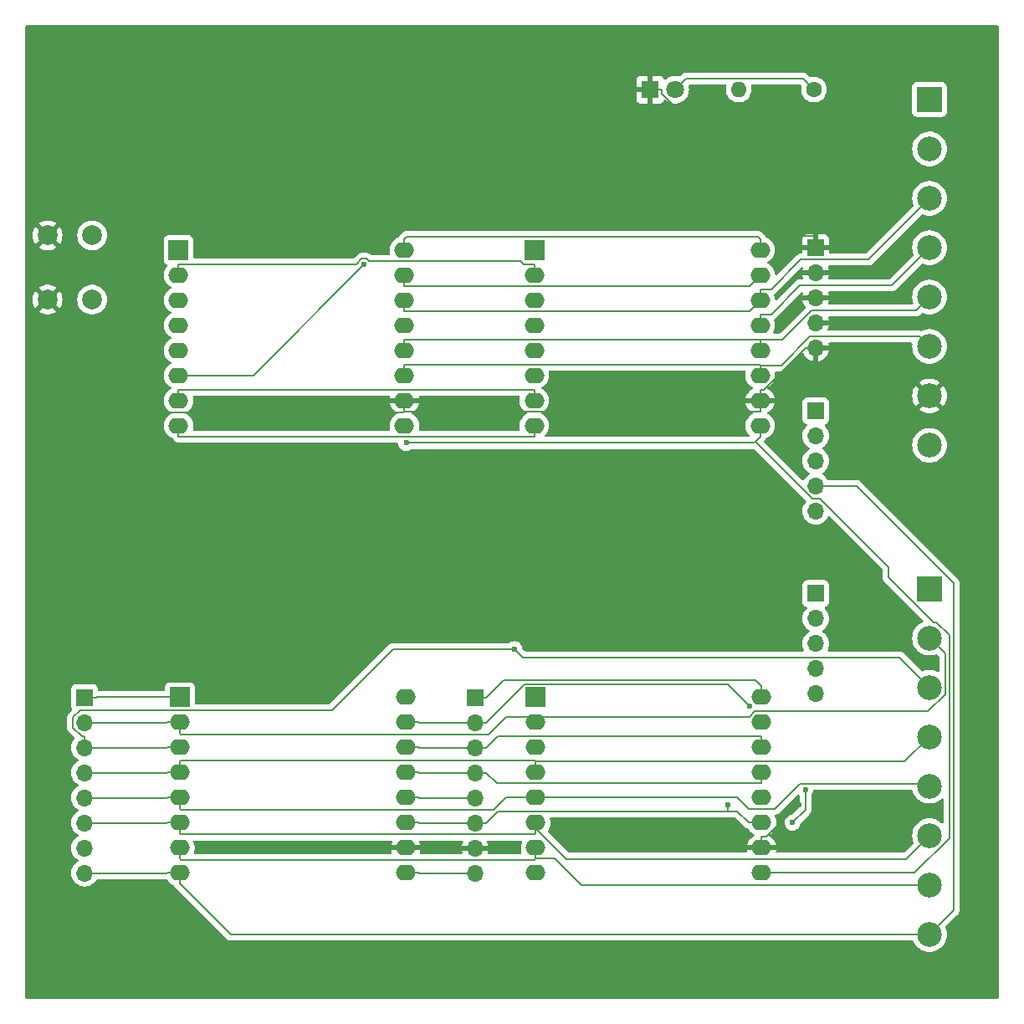
<source format=gbr>
%TF.GenerationSoftware,KiCad,Pcbnew,8.0.3*%
%TF.CreationDate,2024-07-29T20:38:44-07:00*%
%TF.ProjectId,First,46697273-742e-46b6-9963-61645f706362,rev?*%
%TF.SameCoordinates,Original*%
%TF.FileFunction,Copper,L1,Top*%
%TF.FilePolarity,Positive*%
%FSLAX46Y46*%
G04 Gerber Fmt 4.6, Leading zero omitted, Abs format (unit mm)*
G04 Created by KiCad (PCBNEW 8.0.3) date 2024-07-29 20:38:44*
%MOMM*%
%LPD*%
G01*
G04 APERTURE LIST*
%TA.AperFunction,ComponentPad*%
%ADD10R,1.700000X1.700000*%
%TD*%
%TA.AperFunction,ComponentPad*%
%ADD11O,1.700000X1.700000*%
%TD*%
%TA.AperFunction,ComponentPad*%
%ADD12R,2.000000X2.000000*%
%TD*%
%TA.AperFunction,ComponentPad*%
%ADD13O,2.000000X1.600000*%
%TD*%
%TA.AperFunction,ComponentPad*%
%ADD14C,1.600000*%
%TD*%
%TA.AperFunction,ComponentPad*%
%ADD15O,1.600000X1.600000*%
%TD*%
%TA.AperFunction,ComponentPad*%
%ADD16R,2.500000X2.500000*%
%TD*%
%TA.AperFunction,ComponentPad*%
%ADD17C,2.500000*%
%TD*%
%TA.AperFunction,ComponentPad*%
%ADD18C,2.000000*%
%TD*%
%TA.AperFunction,ComponentPad*%
%ADD19R,1.800000X1.800000*%
%TD*%
%TA.AperFunction,ComponentPad*%
%ADD20C,1.800000*%
%TD*%
%TA.AperFunction,ViaPad*%
%ADD21C,0.600000*%
%TD*%
%TA.AperFunction,Conductor*%
%ADD22C,0.200000*%
%TD*%
G04 APERTURE END LIST*
D10*
%TO.P,J8,1,Pin_1*%
%TO.N,Net-(J2-Pin_8)*%
X181500000Y-111000000D03*
D11*
%TO.P,J8,2,Pin_2*%
X181500000Y-113540000D03*
%TO.P,J8,3,Pin_3*%
X181500000Y-116080000D03*
%TO.P,J8,4,Pin_4*%
X181500000Y-118620000D03*
%TO.P,J8,5,Pin_5*%
X181500000Y-121160000D03*
%TD*%
D12*
%TO.P,U4,1,~{RST}*%
%TO.N,Net-(U2-~{RST})*%
X153000000Y-76220000D03*
D13*
%TO.P,U4,2,A0*%
%TO.N,Net-(J1-Pin_2)*%
X153000000Y-78760000D03*
%TO.P,U4,3,D0*%
%TO.N,Net-(J1-Pin_3)*%
X153000000Y-81300000D03*
%TO.P,U4,4,SCK/D5*%
%TO.N,Net-(J1-Pin_4)*%
X153000000Y-83840000D03*
%TO.P,U4,5,MISO/D6*%
%TO.N,Net-(J1-Pin_5)*%
X153000000Y-86380000D03*
%TO.P,U4,6,MOSI/D7*%
%TO.N,Net-(J1-Pin_6)*%
X153000000Y-88920000D03*
%TO.P,U4,7,CS/D8*%
%TO.N,Net-(J1-Pin_7)*%
X153000000Y-91460000D03*
%TO.P,U4,8,3V3*%
%TO.N,Net-(U2-3V3)*%
X153000000Y-94000000D03*
%TO.P,U4,9,5V*%
%TO.N,Net-(U2-5V)*%
X175860000Y-94000000D03*
%TO.P,U4,10,GND*%
%TO.N,GND*%
X175860000Y-91460000D03*
%TO.P,U4,11,D4*%
%TO.N,Net-(J2-Pin_6)*%
X175860000Y-88920000D03*
%TO.P,U4,12,D3*%
%TO.N,Net-(J2-Pin_5)*%
X175860000Y-86380000D03*
%TO.P,U4,13,SDA/D2*%
%TO.N,Net-(J2-Pin_4)*%
X175860000Y-83840000D03*
%TO.P,U4,14,SCL/D1*%
%TO.N,Net-(J2-Pin_3)*%
X175860000Y-81300000D03*
%TO.P,U4,15,RX*%
%TO.N,Net-(J2-Pin_2)*%
X175860000Y-78760000D03*
%TO.P,U4,16,TX*%
%TO.N,Net-(J2-Pin_1)*%
X175860000Y-76220000D03*
%TD*%
D12*
%TO.P,U1,1,~{RST}*%
%TO.N,Net-(J1-Pin_1)*%
X117140000Y-121500000D03*
D13*
%TO.P,U1,2,A0*%
%TO.N,Net-(J1-Pin_2)*%
X117140000Y-124040000D03*
%TO.P,U1,3,D0*%
%TO.N,Net-(J1-Pin_3)*%
X117140000Y-126580000D03*
%TO.P,U1,4,SCK/D5*%
%TO.N,Net-(J1-Pin_4)*%
X117140000Y-129120000D03*
%TO.P,U1,5,MISO/D6*%
%TO.N,Net-(J1-Pin_5)*%
X117140000Y-131660000D03*
%TO.P,U1,6,MOSI/D7*%
%TO.N,Net-(J1-Pin_6)*%
X117140000Y-134200000D03*
%TO.P,U1,7,CS/D8*%
%TO.N,Net-(J1-Pin_7)*%
X117140000Y-136740000D03*
%TO.P,U1,8,3V3*%
%TO.N,Net-(J1-Pin_8)*%
X117140000Y-139280000D03*
%TO.P,U1,9,5V*%
%TO.N,Net-(J2-Pin_8)*%
X140000000Y-139280000D03*
%TO.P,U1,10,GND*%
%TO.N,GND*%
X140000000Y-136740000D03*
%TO.P,U1,11,D4*%
%TO.N,Net-(J2-Pin_6)*%
X140000000Y-134200000D03*
%TO.P,U1,12,D3*%
%TO.N,Net-(J2-Pin_5)*%
X140000000Y-131660000D03*
%TO.P,U1,13,SDA/D2*%
%TO.N,Net-(J2-Pin_4)*%
X140000000Y-129120000D03*
%TO.P,U1,14,SCL/D1*%
%TO.N,Net-(J2-Pin_3)*%
X140000000Y-126580000D03*
%TO.P,U1,15,RX*%
%TO.N,Net-(J2-Pin_2)*%
X140000000Y-124040000D03*
%TO.P,U1,16,TX*%
%TO.N,Net-(J2-Pin_1)*%
X140000000Y-121500000D03*
%TD*%
D14*
%TO.P,R1,1*%
%TO.N,Net-(D1-A)*%
X181310000Y-60000000D03*
D15*
%TO.P,R1,2*%
%TO.N,Net-(J2-Pin_8)*%
X173690000Y-60000000D03*
%TD*%
D16*
%TO.P,J4,1,Pin_1*%
%TO.N,Net-(J1-Pin_1)*%
X193000000Y-110500000D03*
D17*
%TO.P,J4,2,Pin_2*%
%TO.N,Net-(J1-Pin_2)*%
X193000000Y-115500000D03*
%TO.P,J4,3,Pin_3*%
%TO.N,Net-(J1-Pin_3)*%
X193000000Y-120500000D03*
%TO.P,J4,4,Pin_4*%
%TO.N,Net-(J1-Pin_4)*%
X193000000Y-125500000D03*
%TO.P,J4,5,Pin_5*%
%TO.N,Net-(J1-Pin_5)*%
X193000000Y-130500000D03*
%TO.P,J4,6,Pin_6*%
%TO.N,Net-(J1-Pin_6)*%
X193000000Y-135500000D03*
%TO.P,J4,7,Pin_7*%
%TO.N,Net-(J1-Pin_7)*%
X193000000Y-140500000D03*
%TO.P,J4,8,Pin_8*%
%TO.N,Net-(J1-Pin_8)*%
X193000000Y-145500000D03*
%TD*%
D16*
%TO.P,J3,1,Pin_1*%
%TO.N,Net-(J2-Pin_1)*%
X193000000Y-61000000D03*
D17*
%TO.P,J3,2,Pin_2*%
%TO.N,Net-(J2-Pin_2)*%
X193000000Y-66000000D03*
%TO.P,J3,3,Pin_3*%
%TO.N,Net-(J2-Pin_3)*%
X193000000Y-71000000D03*
%TO.P,J3,4,Pin_4*%
%TO.N,Net-(J2-Pin_4)*%
X193000000Y-76000000D03*
%TO.P,J3,5,Pin_5*%
%TO.N,Net-(J2-Pin_5)*%
X193000000Y-81000000D03*
%TO.P,J3,6,Pin_6*%
%TO.N,Net-(J2-Pin_6)*%
X193000000Y-86000000D03*
%TO.P,J3,7,Pin_7*%
%TO.N,GND*%
X193000000Y-91000000D03*
%TO.P,J3,8,Pin_8*%
%TO.N,Net-(J2-Pin_8)*%
X193000000Y-96000000D03*
%TD*%
D12*
%TO.P,U2,1,~{RST}*%
%TO.N,Net-(U2-~{RST})*%
X153140000Y-121500000D03*
D13*
%TO.P,U2,2,A0*%
%TO.N,Net-(J1-Pin_2)*%
X153140000Y-124040000D03*
%TO.P,U2,3,D0*%
%TO.N,Net-(J1-Pin_3)*%
X153140000Y-126580000D03*
%TO.P,U2,4,SCK/D5*%
%TO.N,Net-(J1-Pin_4)*%
X153140000Y-129120000D03*
%TO.P,U2,5,MISO/D6*%
%TO.N,Net-(J1-Pin_5)*%
X153140000Y-131660000D03*
%TO.P,U2,6,MOSI/D7*%
%TO.N,Net-(J1-Pin_6)*%
X153140000Y-134200000D03*
%TO.P,U2,7,CS/D8*%
%TO.N,Net-(J1-Pin_7)*%
X153140000Y-136740000D03*
%TO.P,U2,8,3V3*%
%TO.N,Net-(U2-3V3)*%
X153140000Y-139280000D03*
%TO.P,U2,9,5V*%
%TO.N,Net-(U2-5V)*%
X176000000Y-139280000D03*
%TO.P,U2,10,GND*%
%TO.N,GND*%
X176000000Y-136740000D03*
%TO.P,U2,11,D4*%
%TO.N,Net-(J2-Pin_6)*%
X176000000Y-134200000D03*
%TO.P,U2,12,D3*%
%TO.N,Net-(J2-Pin_5)*%
X176000000Y-131660000D03*
%TO.P,U2,13,SDA/D2*%
%TO.N,Net-(J2-Pin_4)*%
X176000000Y-129120000D03*
%TO.P,U2,14,SCL/D1*%
%TO.N,Net-(J2-Pin_3)*%
X176000000Y-126580000D03*
%TO.P,U2,15,RX*%
%TO.N,Net-(J2-Pin_2)*%
X176000000Y-124040000D03*
%TO.P,U2,16,TX*%
%TO.N,Net-(J2-Pin_1)*%
X176000000Y-121500000D03*
%TD*%
D10*
%TO.P,J2,1,Pin_1*%
%TO.N,Net-(J2-Pin_1)*%
X147000000Y-121515000D03*
D11*
%TO.P,J2,2,Pin_2*%
%TO.N,Net-(J2-Pin_2)*%
X147000000Y-124055000D03*
%TO.P,J2,3,Pin_3*%
%TO.N,Net-(J2-Pin_3)*%
X147000000Y-126595000D03*
%TO.P,J2,4,Pin_4*%
%TO.N,Net-(J2-Pin_4)*%
X147000000Y-129135000D03*
%TO.P,J2,5,Pin_5*%
%TO.N,Net-(J2-Pin_5)*%
X147000000Y-131675000D03*
%TO.P,J2,6,Pin_6*%
%TO.N,Net-(J2-Pin_6)*%
X147000000Y-134215000D03*
%TO.P,J2,7,Pin_7*%
%TO.N,GND*%
X147000000Y-136755000D03*
%TO.P,J2,8,Pin_8*%
%TO.N,Net-(J2-Pin_8)*%
X147000000Y-139295000D03*
%TD*%
D12*
%TO.P,U3,1,~{RST}*%
%TO.N,Net-(U2-~{RST})*%
X117000000Y-76220000D03*
D13*
%TO.P,U3,2,A0*%
%TO.N,Net-(J1-Pin_2)*%
X117000000Y-78760000D03*
%TO.P,U3,3,D0*%
%TO.N,Net-(J1-Pin_3)*%
X117000000Y-81300000D03*
%TO.P,U3,4,SCK/D5*%
%TO.N,Net-(J1-Pin_4)*%
X117000000Y-83840000D03*
%TO.P,U3,5,MISO/D6*%
%TO.N,Net-(J1-Pin_5)*%
X117000000Y-86380000D03*
%TO.P,U3,6,MOSI/D7*%
%TO.N,Net-(J1-Pin_6)*%
X117000000Y-88920000D03*
%TO.P,U3,7,CS/D8*%
%TO.N,Net-(J1-Pin_7)*%
X117000000Y-91460000D03*
%TO.P,U3,8,3V3*%
%TO.N,Net-(U2-3V3)*%
X117000000Y-94000000D03*
%TO.P,U3,9,5V*%
%TO.N,Net-(U2-5V)*%
X139860000Y-94000000D03*
%TO.P,U3,10,GND*%
%TO.N,GND*%
X139860000Y-91460000D03*
%TO.P,U3,11,D4*%
%TO.N,Net-(J2-Pin_6)*%
X139860000Y-88920000D03*
%TO.P,U3,12,D3*%
%TO.N,Net-(J2-Pin_5)*%
X139860000Y-86380000D03*
%TO.P,U3,13,SDA/D2*%
%TO.N,Net-(J2-Pin_4)*%
X139860000Y-83840000D03*
%TO.P,U3,14,SCL/D1*%
%TO.N,Net-(J2-Pin_3)*%
X139860000Y-81300000D03*
%TO.P,U3,15,RX*%
%TO.N,Net-(J2-Pin_2)*%
X139860000Y-78760000D03*
%TO.P,U3,16,TX*%
%TO.N,Net-(J2-Pin_1)*%
X139860000Y-76220000D03*
%TD*%
D10*
%TO.P,J1,1,Pin_1*%
%TO.N,Net-(J1-Pin_1)*%
X107500000Y-121515000D03*
D11*
%TO.P,J1,2,Pin_2*%
%TO.N,Net-(J1-Pin_2)*%
X107500000Y-124055000D03*
%TO.P,J1,3,Pin_3*%
%TO.N,Net-(J1-Pin_3)*%
X107500000Y-126595000D03*
%TO.P,J1,4,Pin_4*%
%TO.N,Net-(J1-Pin_4)*%
X107500000Y-129135000D03*
%TO.P,J1,5,Pin_5*%
%TO.N,Net-(J1-Pin_5)*%
X107500000Y-131675000D03*
%TO.P,J1,6,Pin_6*%
%TO.N,Net-(J1-Pin_6)*%
X107500000Y-134215000D03*
%TO.P,J1,7,Pin_7*%
%TO.N,Net-(J1-Pin_7)*%
X107500000Y-136755000D03*
%TO.P,J1,8,Pin_8*%
%TO.N,Net-(J1-Pin_8)*%
X107500000Y-139295000D03*
%TD*%
D18*
%TO.P,SW1,1,1*%
%TO.N,GND*%
X103750000Y-81250000D03*
X103750000Y-74750000D03*
%TO.P,SW1,2,2*%
%TO.N,Net-(J1-Pin_1)*%
X108250000Y-81250000D03*
X108250000Y-74750000D03*
%TD*%
D10*
%TO.P,J6,1,Pin_1*%
%TO.N,GND*%
X181500000Y-76000000D03*
D11*
%TO.P,J6,2,Pin_2*%
X181500000Y-78540000D03*
%TO.P,J6,3,Pin_3*%
X181500000Y-81080000D03*
%TO.P,J6,4,Pin_4*%
X181500000Y-83620000D03*
%TO.P,J6,5,Pin_5*%
X181500000Y-86160000D03*
%TD*%
D10*
%TO.P,J5,1,Pin_1*%
%TO.N,Net-(J1-Pin_8)*%
X181500000Y-92500000D03*
D11*
%TO.P,J5,2,Pin_2*%
X181500000Y-95040000D03*
%TO.P,J5,3,Pin_3*%
X181500000Y-97580000D03*
%TO.P,J5,4,Pin_4*%
X181500000Y-100120000D03*
%TO.P,J5,5,Pin_5*%
X181500000Y-102660000D03*
%TD*%
D19*
%TO.P,D1,1,K*%
%TO.N,GND*%
X164725000Y-60000000D03*
D20*
%TO.P,D1,2,A*%
%TO.N,Net-(D1-A)*%
X167265000Y-60000000D03*
%TD*%
D21*
%TO.N,Net-(U2-5V)*%
X140042800Y-95764700D03*
%TO.N,Net-(J2-Pin_8)*%
X179128400Y-134190500D03*
X180443500Y-130838100D03*
%TO.N,Net-(J2-Pin_2)*%
X174779500Y-122392200D03*
%TO.N,Net-(J2-Pin_6)*%
X172553300Y-132359400D03*
%TO.N,Net-(J1-Pin_3)*%
X151003000Y-116624400D03*
%TO.N,Net-(J1-Pin_6)*%
X135785000Y-77732600D03*
%TO.N,GND*%
X179765200Y-132388400D03*
%TD*%
D22*
%TO.N,Net-(U2-3V3)*%
X117000000Y-95101700D02*
X153000000Y-95101700D01*
X117000000Y-94000000D02*
X117000000Y-95101700D01*
X153000000Y-94000000D02*
X153000000Y-95101700D01*
%TO.N,Net-(U2-5V)*%
X175860000Y-94000000D02*
X175860000Y-95101700D01*
X175197000Y-95764700D02*
X175351900Y-95609800D01*
X140042800Y-95764700D02*
X175197000Y-95764700D01*
X175860000Y-95101700D02*
X175351900Y-95609800D01*
X191489200Y-139280000D02*
X176000000Y-139280000D01*
X195024000Y-135745200D02*
X191489200Y-139280000D01*
X195024000Y-115238800D02*
X195024000Y-135745200D01*
X193715400Y-113930200D02*
X195024000Y-115238800D01*
X193437100Y-113930200D02*
X193715400Y-113930200D01*
X188857100Y-109350200D02*
X193437100Y-113930200D01*
X188857100Y-108328100D02*
X188857100Y-109350200D01*
X181919000Y-101390000D02*
X188857100Y-108328100D01*
X181132000Y-101390000D02*
X181919000Y-101390000D01*
X175351900Y-95609800D02*
X181132000Y-101390000D01*
%TO.N,Net-(J2-Pin_8)*%
X141316700Y-139295000D02*
X141301700Y-139280000D01*
X147000000Y-139295000D02*
X141316700Y-139295000D01*
X140000000Y-139280000D02*
X141301700Y-139280000D01*
X180443500Y-132875400D02*
X179128400Y-134190500D01*
X180443500Y-130838100D02*
X180443500Y-132875400D01*
%TO.N,Net-(J2-Pin_2)*%
X174758300Y-79861700D02*
X175860000Y-78760000D01*
X139860000Y-79861700D02*
X174758300Y-79861700D01*
X139860000Y-78760000D02*
X139860000Y-79861700D01*
X140000000Y-124040000D02*
X141301700Y-124040000D01*
X141316700Y-124055000D02*
X147000000Y-124055000D01*
X141301700Y-124040000D02*
X141316700Y-124055000D01*
X147000000Y-124055000D02*
X148151700Y-124055000D01*
X172579300Y-120192000D02*
X174779500Y-122392200D01*
X152014700Y-120192000D02*
X172579300Y-120192000D01*
X148151700Y-124055000D02*
X152014700Y-120192000D01*
%TO.N,Net-(J2-Pin_3)*%
X140000000Y-126580000D02*
X141301700Y-126580000D01*
X176961700Y-80198300D02*
X175860000Y-80198300D01*
X179950000Y-77210000D02*
X176961700Y-80198300D01*
X186790000Y-77210000D02*
X179950000Y-77210000D01*
X193000000Y-71000000D02*
X186790000Y-77210000D01*
X175860000Y-81300000D02*
X175860000Y-80198300D01*
X141316700Y-126595000D02*
X147000000Y-126595000D01*
X141301700Y-126580000D02*
X141316700Y-126595000D01*
X149268400Y-125478300D02*
X176000000Y-125478300D01*
X148151700Y-126595000D02*
X149268400Y-125478300D01*
X147000000Y-126595000D02*
X148151700Y-126595000D01*
X176000000Y-126580000D02*
X176000000Y-125478300D01*
X174758300Y-82401700D02*
X175860000Y-81300000D01*
X139860000Y-82401700D02*
X174758300Y-82401700D01*
X139860000Y-81300000D02*
X139860000Y-82401700D01*
%TO.N,Net-(J2-Pin_4)*%
X140000000Y-129120000D02*
X141301700Y-129120000D01*
X176961700Y-82738300D02*
X175860000Y-82738300D01*
X179890000Y-79810000D02*
X176961700Y-82738300D01*
X189190000Y-79810000D02*
X179890000Y-79810000D01*
X193000000Y-76000000D02*
X189190000Y-79810000D01*
X175860000Y-83840000D02*
X175860000Y-82738300D01*
X141316700Y-129135000D02*
X147000000Y-129135000D01*
X141301700Y-129120000D02*
X141316700Y-129135000D01*
X149238400Y-130221700D02*
X176000000Y-130221700D01*
X148151700Y-129135000D02*
X149238400Y-130221700D01*
X147000000Y-129135000D02*
X148151700Y-129135000D01*
X176000000Y-129120000D02*
X176000000Y-130221700D01*
%TO.N,Net-(J2-Pin_6)*%
X140000000Y-134200000D02*
X141301700Y-134200000D01*
X175860000Y-88920000D02*
X175860000Y-87919100D01*
X139860000Y-88920000D02*
X139860000Y-87818300D01*
X175860000Y-87919100D02*
X175860000Y-87902500D01*
X175775800Y-87818300D02*
X175860000Y-87902500D01*
X139860000Y-87818300D02*
X175775800Y-87818300D01*
X191998700Y-84998700D02*
X193000000Y-86000000D01*
X180909400Y-84998700D02*
X191998700Y-84998700D01*
X178005600Y-87902500D02*
X180909400Y-84998700D01*
X175860000Y-87902500D02*
X178005600Y-87902500D01*
X176000000Y-134200000D02*
X174698300Y-134200000D01*
X141316700Y-134215000D02*
X147000000Y-134215000D01*
X141301700Y-134200000D02*
X141316700Y-134215000D01*
X147000000Y-134215000D02*
X148151700Y-134215000D01*
X173554500Y-133056200D02*
X174698300Y-134200000D01*
X172553300Y-133056200D02*
X173554500Y-133056200D01*
X172553300Y-132359400D02*
X172553300Y-133056200D01*
X149310500Y-133056200D02*
X172553300Y-133056200D01*
X148151700Y-134215000D02*
X149310500Y-133056200D01*
%TO.N,Net-(J2-Pin_1)*%
X175349600Y-119747900D02*
X176000000Y-120398300D01*
X149918800Y-119747900D02*
X175349600Y-119747900D01*
X148151700Y-121515000D02*
X149918800Y-119747900D01*
X147000000Y-121515000D02*
X148151700Y-121515000D01*
X176000000Y-121500000D02*
X176000000Y-120398300D01*
X140060000Y-74918300D02*
X139860000Y-75118300D01*
X175660000Y-74918300D02*
X140060000Y-74918300D01*
X175860000Y-75118300D02*
X175660000Y-74918300D01*
X175860000Y-76220000D02*
X175860000Y-75118300D01*
X139860000Y-76220000D02*
X139860000Y-75118300D01*
%TO.N,Net-(J2-Pin_5)*%
X140000000Y-131660000D02*
X141301700Y-131660000D01*
X139860000Y-85278300D02*
X175860000Y-85278300D01*
X139860000Y-86380000D02*
X139860000Y-85278300D01*
X175860000Y-86380000D02*
X175860000Y-85278300D01*
X178135400Y-85278300D02*
X175860000Y-85278300D01*
X181063700Y-82350000D02*
X178135400Y-85278300D01*
X191650000Y-82350000D02*
X181063700Y-82350000D01*
X193000000Y-81000000D02*
X191650000Y-82350000D01*
X141316700Y-131675000D02*
X147000000Y-131675000D01*
X141301700Y-131660000D02*
X141316700Y-131675000D01*
%TO.N,Net-(J1-Pin_7)*%
X117000000Y-90358300D02*
X153000000Y-90358300D01*
X117000000Y-91460000D02*
X117000000Y-90358300D01*
X153000000Y-91460000D02*
X153000000Y-90358300D01*
X153037000Y-137944700D02*
X153140000Y-137841700D01*
X117243000Y-137944700D02*
X153037000Y-137944700D01*
X117140000Y-137841700D02*
X117243000Y-137944700D01*
X117140000Y-136740000D02*
X117140000Y-137841700D01*
X153140000Y-136740000D02*
X153140000Y-137841700D01*
X157743200Y-140500000D02*
X193000000Y-140500000D01*
X155084900Y-137841700D02*
X157743200Y-140500000D01*
X153140000Y-137841700D02*
X155084900Y-137841700D01*
%TO.N,Net-(J1-Pin_8)*%
X117140000Y-139280000D02*
X117140000Y-140381700D01*
X115823300Y-139295000D02*
X115838300Y-139280000D01*
X107500000Y-139295000D02*
X115823300Y-139295000D01*
X117140000Y-139280000D02*
X115838300Y-139280000D01*
X122258300Y-145500000D02*
X193000000Y-145500000D01*
X117140000Y-140381700D02*
X122258300Y-145500000D01*
X185617700Y-100120000D02*
X181500000Y-100120000D01*
X195428600Y-109930900D02*
X185617700Y-100120000D01*
X195428600Y-143071400D02*
X195428600Y-109930900D01*
X193000000Y-145500000D02*
X195428600Y-143071400D01*
%TO.N,Net-(J1-Pin_1)*%
X108666700Y-121500000D02*
X108651700Y-121515000D01*
X117140000Y-121500000D02*
X108666700Y-121500000D01*
X107500000Y-121515000D02*
X108651700Y-121515000D01*
%TO.N,Net-(J1-Pin_4)*%
X190481700Y-128018300D02*
X153140000Y-128018300D01*
X193000000Y-125500000D02*
X190481700Y-128018300D01*
X153140000Y-129120000D02*
X153140000Y-128101600D01*
X153140000Y-128101600D02*
X153140000Y-128018300D01*
X117224200Y-127934100D02*
X117140000Y-128018300D01*
X153055800Y-127934100D02*
X117224200Y-127934100D01*
X153140000Y-128018300D02*
X153055800Y-127934100D01*
X117140000Y-129120000D02*
X117140000Y-128018300D01*
X115823300Y-129135000D02*
X115838300Y-129120000D01*
X107500000Y-129135000D02*
X115823300Y-129135000D01*
X117140000Y-129120000D02*
X115838300Y-129120000D01*
%TO.N,Net-(J1-Pin_5)*%
X153140000Y-131660000D02*
X154441700Y-131660000D01*
X117140000Y-131660000D02*
X117140000Y-132761700D01*
X153140000Y-131660000D02*
X151838300Y-131660000D01*
X151838300Y-131660100D02*
X151838300Y-131660000D01*
X150120800Y-131660100D02*
X151838300Y-131660100D01*
X148908200Y-132872700D02*
X150120800Y-131660100D01*
X117251000Y-132872700D02*
X148908200Y-132872700D01*
X117140000Y-132761700D02*
X117251000Y-132872700D01*
X173550000Y-131660000D02*
X154441700Y-131660000D01*
X174687100Y-132797100D02*
X173550000Y-131660000D01*
X177319600Y-132797100D02*
X174687100Y-132797100D01*
X179880300Y-130236400D02*
X177319600Y-132797100D01*
X192736400Y-130236400D02*
X179880300Y-130236400D01*
X193000000Y-130500000D02*
X192736400Y-130236400D01*
X115823300Y-131675000D02*
X115838300Y-131660000D01*
X107500000Y-131675000D02*
X115823300Y-131675000D01*
X117140000Y-131660000D02*
X115838300Y-131660000D01*
%TO.N,Net-(J1-Pin_3)*%
X117140000Y-126580000D02*
X115838300Y-126580000D01*
X189951900Y-117451900D02*
X193000000Y-120500000D01*
X151830500Y-117451900D02*
X189951900Y-117451900D01*
X151003000Y-116624400D02*
X151830500Y-117451900D01*
X115823300Y-126595000D02*
X107500000Y-126595000D01*
X115838300Y-126580000D02*
X115823300Y-126595000D01*
X138721400Y-116624400D02*
X151003000Y-116624400D01*
X132544100Y-122801700D02*
X138721400Y-116624400D01*
X107069300Y-122801700D02*
X132544100Y-122801700D01*
X106335800Y-123535200D02*
X107069300Y-122801700D01*
X106335800Y-124567000D02*
X106335800Y-123535200D01*
X107212100Y-125443300D02*
X106335800Y-124567000D01*
X107500000Y-125443300D02*
X107212100Y-125443300D01*
X107500000Y-126595000D02*
X107500000Y-125443300D01*
%TO.N,Net-(J1-Pin_6)*%
X117140000Y-134200000D02*
X117140000Y-135301700D01*
X117224100Y-135385800D02*
X117140000Y-135301700D01*
X153055900Y-135385800D02*
X117224100Y-135385800D01*
X153140000Y-135301700D02*
X153055900Y-135385800D01*
X115823300Y-134215000D02*
X115838300Y-134200000D01*
X107500000Y-134215000D02*
X115823300Y-134215000D01*
X117140000Y-134200000D02*
X115838300Y-134200000D01*
X124597600Y-88920000D02*
X135785000Y-77732600D01*
X117000000Y-88920000D02*
X124597600Y-88920000D01*
X153140000Y-134200000D02*
X153140000Y-134733600D01*
X153140000Y-134733600D02*
X153140000Y-135301700D01*
X190646900Y-137853100D02*
X193000000Y-135500000D01*
X156259500Y-137853100D02*
X190646900Y-137853100D01*
X153140000Y-134733600D02*
X156259500Y-137853100D01*
%TO.N,Net-(J1-Pin_2)*%
X153140000Y-124040000D02*
X153140000Y-123489100D01*
X117140000Y-124040000D02*
X117140000Y-125141700D01*
X115823300Y-124055000D02*
X115838300Y-124040000D01*
X107500000Y-124055000D02*
X115823300Y-124055000D01*
X117140000Y-124040000D02*
X115838300Y-124040000D01*
X150142300Y-123489100D02*
X153140000Y-123489100D01*
X148378500Y-125252900D02*
X150142300Y-123489100D01*
X117251200Y-125252900D02*
X148378500Y-125252900D01*
X117140000Y-125141700D02*
X117251200Y-125252900D01*
X174772200Y-123489100D02*
X153140000Y-123489100D01*
X175338900Y-122922400D02*
X174772200Y-123489100D01*
X192819000Y-122922400D02*
X175338900Y-122922400D01*
X194574000Y-121167400D02*
X192819000Y-122922400D01*
X194574000Y-117074000D02*
X194574000Y-121167400D01*
X193000000Y-115500000D02*
X194574000Y-117074000D01*
X117000000Y-78760000D02*
X117000000Y-77658300D01*
X153000000Y-78760000D02*
X153000000Y-77658300D01*
X135008100Y-77658300D02*
X117000000Y-77658300D01*
X135535500Y-77130900D02*
X135008100Y-77658300D01*
X136034200Y-77130900D02*
X135535500Y-77130900D01*
X136264400Y-77361100D02*
X136034200Y-77130900D01*
X151601100Y-77361100D02*
X136264400Y-77361100D01*
X151898300Y-77658300D02*
X151601100Y-77361100D01*
X153000000Y-77658300D02*
X151898300Y-77658300D01*
%TO.N,GND*%
X139860000Y-91460000D02*
X139860000Y-92460800D01*
X139860000Y-92460800D02*
X139860000Y-92560000D01*
X115145100Y-92645100D02*
X103750000Y-81250000D01*
X139774900Y-92645100D02*
X115145100Y-92645100D01*
X139860000Y-92560000D02*
X139774900Y-92645100D01*
X139861700Y-92561700D02*
X175860000Y-92561700D01*
X139860000Y-92560000D02*
X139861700Y-92561700D01*
X175860000Y-91460000D02*
X175860000Y-92561700D01*
X180348300Y-74848300D02*
X181500000Y-74848300D01*
X165926700Y-60426700D02*
X180348300Y-74848300D01*
X165926700Y-60000000D02*
X165926700Y-60426700D01*
X164725000Y-60000000D02*
X165926700Y-60000000D01*
X181500000Y-76000000D02*
X181500000Y-74848300D01*
X176241600Y-90358300D02*
X175860000Y-90358300D01*
X180348300Y-86251600D02*
X176241600Y-90358300D01*
X180348300Y-86160000D02*
X180348300Y-86251600D01*
X181500000Y-86160000D02*
X180348300Y-86160000D01*
X175860000Y-91460000D02*
X175860000Y-90358300D01*
X141316700Y-136755000D02*
X141301700Y-136740000D01*
X147000000Y-136755000D02*
X141316700Y-136755000D01*
X140000000Y-136740000D02*
X141301700Y-136740000D01*
X176000000Y-136740000D02*
X176000000Y-135638300D01*
X176515300Y-135638300D02*
X179765200Y-132388400D01*
X176000000Y-135638300D02*
X176515300Y-135638300D01*
%TO.N,Net-(D1-A)*%
X180193200Y-58883200D02*
X181310000Y-60000000D01*
X168381800Y-58883200D02*
X180193200Y-58883200D01*
X167265000Y-60000000D02*
X168381800Y-58883200D01*
%TD*%
%TA.AperFunction,Conductor*%
%TO.N,GND*%
G36*
X138589694Y-136005985D02*
G01*
X138635449Y-136058789D01*
X138645393Y-136127947D01*
X138633140Y-136166594D01*
X138595245Y-136240967D01*
X138532009Y-136435586D01*
X138523391Y-136490000D01*
X139566988Y-136490000D01*
X139534075Y-136547007D01*
X139500000Y-136674174D01*
X139500000Y-136805826D01*
X139534075Y-136932993D01*
X139566988Y-136990000D01*
X138523391Y-136990000D01*
X138532009Y-137044411D01*
X138576676Y-137181881D01*
X138578671Y-137251723D01*
X138542591Y-137311556D01*
X138479890Y-137342384D01*
X138458745Y-137344200D01*
X118681781Y-137344200D01*
X118614742Y-137324515D01*
X118568987Y-137271711D01*
X118559043Y-137202553D01*
X118563850Y-137181881D01*
X118608477Y-137044534D01*
X118608496Y-137044411D01*
X118640500Y-136842352D01*
X118640500Y-136637648D01*
X118608477Y-136435465D01*
X118561649Y-136291344D01*
X118545220Y-136240781D01*
X118545218Y-136240778D01*
X118545218Y-136240776D01*
X118507420Y-136166595D01*
X118494524Y-136097926D01*
X118520800Y-136033186D01*
X118577906Y-135992928D01*
X118617905Y-135986300D01*
X138522655Y-135986300D01*
X138589694Y-136005985D01*
G37*
%TD.AperFunction*%
%TA.AperFunction,Conductor*%
G36*
X145741289Y-136005985D02*
G01*
X145787044Y-136058789D01*
X145796988Y-136127947D01*
X145786632Y-136162705D01*
X145726569Y-136291507D01*
X145726567Y-136291513D01*
X145669364Y-136504999D01*
X145669364Y-136505000D01*
X146566988Y-136505000D01*
X146534075Y-136562007D01*
X146500000Y-136689174D01*
X146500000Y-136820826D01*
X146534075Y-136947993D01*
X146566988Y-137005000D01*
X145669364Y-137005000D01*
X145718427Y-137188106D01*
X145716764Y-137257956D01*
X145677602Y-137315819D01*
X145613373Y-137343323D01*
X145598652Y-137344200D01*
X141541255Y-137344200D01*
X141474216Y-137324515D01*
X141428461Y-137271711D01*
X141418517Y-137202553D01*
X141423324Y-137181881D01*
X141467990Y-137044411D01*
X141476609Y-136990000D01*
X140433012Y-136990000D01*
X140465925Y-136932993D01*
X140500000Y-136805826D01*
X140500000Y-136674174D01*
X140465925Y-136547007D01*
X140433012Y-136490000D01*
X141476609Y-136490000D01*
X141467990Y-136435586D01*
X141404754Y-136240967D01*
X141366860Y-136166594D01*
X141353964Y-136097925D01*
X141380241Y-136033185D01*
X141437347Y-135992928D01*
X141477345Y-135986300D01*
X145674250Y-135986300D01*
X145741289Y-136005985D01*
G37*
%TD.AperFunction*%
%TA.AperFunction,Conductor*%
G36*
X151729134Y-136005985D02*
G01*
X151774889Y-136058789D01*
X151784833Y-136127947D01*
X151772580Y-136166595D01*
X151734781Y-136240776D01*
X151671522Y-136435465D01*
X151639500Y-136637648D01*
X151639500Y-136842351D01*
X151671522Y-137044534D01*
X151716150Y-137181881D01*
X151718145Y-137251723D01*
X151682065Y-137311556D01*
X151619364Y-137342384D01*
X151598219Y-137344200D01*
X148401348Y-137344200D01*
X148334309Y-137324515D01*
X148288554Y-137271711D01*
X148278610Y-137202553D01*
X148281573Y-137188106D01*
X148330636Y-137005000D01*
X147433012Y-137005000D01*
X147465925Y-136947993D01*
X147500000Y-136820826D01*
X147500000Y-136689174D01*
X147465925Y-136562007D01*
X147433012Y-136505000D01*
X148330636Y-136505000D01*
X148330635Y-136504999D01*
X148273432Y-136291513D01*
X148273430Y-136291507D01*
X148213368Y-136162705D01*
X148202876Y-136093628D01*
X148231396Y-136029844D01*
X148289872Y-135991604D01*
X148325750Y-135986300D01*
X151662095Y-135986300D01*
X151729134Y-136005985D01*
G37*
%TD.AperFunction*%
%TA.AperFunction,Conductor*%
G36*
X173321442Y-133676385D02*
G01*
X173342084Y-133693019D01*
X174213439Y-134564374D01*
X174213449Y-134564385D01*
X174217779Y-134568715D01*
X174217780Y-134568716D01*
X174329584Y-134680520D01*
X174329586Y-134680521D01*
X174329590Y-134680524D01*
X174454528Y-134752656D01*
X174466516Y-134759577D01*
X174562516Y-134785300D01*
X174562518Y-134785300D01*
X174562519Y-134785301D01*
X174597347Y-134794633D01*
X174657008Y-134830996D01*
X174675741Y-134858114D01*
X174687713Y-134881611D01*
X174808028Y-135047213D01*
X174952786Y-135191971D01*
X175107749Y-135304556D01*
X175118390Y-135312287D01*
X175190424Y-135348990D01*
X175211629Y-135359795D01*
X175262425Y-135407770D01*
X175279220Y-135475591D01*
X175256682Y-135541726D01*
X175211629Y-135580765D01*
X175118650Y-135628140D01*
X174953105Y-135748417D01*
X174953104Y-135748417D01*
X174808417Y-135893104D01*
X174808417Y-135893105D01*
X174688140Y-136058650D01*
X174595244Y-136240970D01*
X174532009Y-136435586D01*
X174523391Y-136490000D01*
X175566988Y-136490000D01*
X175534075Y-136547007D01*
X175500000Y-136674174D01*
X175500000Y-136805826D01*
X175534075Y-136932993D01*
X175566988Y-136990000D01*
X174523391Y-136990000D01*
X174532009Y-137044411D01*
X174546913Y-137090281D01*
X174548908Y-137160123D01*
X174512828Y-137219956D01*
X174450127Y-137250784D01*
X174428982Y-137252600D01*
X156559597Y-137252600D01*
X156492558Y-137232915D01*
X156471916Y-137216281D01*
X154394602Y-135138967D01*
X154361117Y-135077644D01*
X154366101Y-135007952D01*
X154381965Y-134978401D01*
X154444132Y-134892834D01*
X154452287Y-134881610D01*
X154545220Y-134699219D01*
X154608477Y-134504534D01*
X154640500Y-134302352D01*
X154640500Y-134097648D01*
X154608477Y-133895466D01*
X154608476Y-133895462D01*
X154608476Y-133895461D01*
X154583638Y-133819018D01*
X154581643Y-133749177D01*
X154617723Y-133689344D01*
X154680424Y-133658516D01*
X154701569Y-133656700D01*
X172474243Y-133656700D01*
X172632357Y-133656700D01*
X173254403Y-133656700D01*
X173321442Y-133676385D01*
G37*
%TD.AperFunction*%
%TA.AperFunction,Conductor*%
G36*
X191249530Y-130856585D02*
G01*
X191295285Y-130909389D01*
X191303382Y-130933307D01*
X191317959Y-130997170D01*
X191322580Y-131017416D01*
X191418432Y-131261643D01*
X191549614Y-131488857D01*
X191681736Y-131654533D01*
X191713198Y-131693985D01*
X191878264Y-131847142D01*
X191905521Y-131872433D01*
X192122296Y-132020228D01*
X192122301Y-132020230D01*
X192122302Y-132020231D01*
X192122303Y-132020232D01*
X192247843Y-132080688D01*
X192358673Y-132134061D01*
X192358674Y-132134061D01*
X192358677Y-132134063D01*
X192609385Y-132211396D01*
X192868818Y-132250500D01*
X193131182Y-132250500D01*
X193390615Y-132211396D01*
X193641323Y-132134063D01*
X193877704Y-132020228D01*
X194094479Y-131872433D01*
X194215160Y-131760457D01*
X194277691Y-131729290D01*
X194347148Y-131736877D01*
X194401476Y-131780810D01*
X194423428Y-131847142D01*
X194423500Y-131851357D01*
X194423500Y-134148642D01*
X194403815Y-134215681D01*
X194351011Y-134261436D01*
X194281853Y-134271380D01*
X194218297Y-134242355D01*
X194215159Y-134239541D01*
X194094479Y-134127567D01*
X194050596Y-134097648D01*
X193877704Y-133979772D01*
X193877700Y-133979770D01*
X193877697Y-133979768D01*
X193877696Y-133979767D01*
X193641325Y-133865938D01*
X193641327Y-133865938D01*
X193390623Y-133788606D01*
X193390619Y-133788605D01*
X193390615Y-133788604D01*
X193265823Y-133769794D01*
X193131187Y-133749500D01*
X193131182Y-133749500D01*
X192868818Y-133749500D01*
X192868812Y-133749500D01*
X192707247Y-133773853D01*
X192609385Y-133788604D01*
X192609382Y-133788605D01*
X192609376Y-133788606D01*
X192358673Y-133865938D01*
X192122303Y-133979767D01*
X192122302Y-133979768D01*
X191905520Y-134127567D01*
X191713198Y-134306014D01*
X191549614Y-134511143D01*
X191418432Y-134738356D01*
X191322582Y-134982578D01*
X191322576Y-134982597D01*
X191264197Y-135238374D01*
X191264196Y-135238379D01*
X191244592Y-135499995D01*
X191244592Y-135500004D01*
X191264196Y-135761620D01*
X191264197Y-135761625D01*
X191322578Y-136017412D01*
X191380509Y-136165019D01*
X191386677Y-136234616D01*
X191354239Y-136296500D01*
X191352761Y-136298002D01*
X190434484Y-137216281D01*
X190373161Y-137249766D01*
X190346803Y-137252600D01*
X177571018Y-137252600D01*
X177503979Y-137232915D01*
X177458224Y-137180111D01*
X177448280Y-137110953D01*
X177453087Y-137090281D01*
X177467990Y-137044411D01*
X177476609Y-136990000D01*
X176433012Y-136990000D01*
X176465925Y-136932993D01*
X176500000Y-136805826D01*
X176500000Y-136674174D01*
X176465925Y-136547007D01*
X176433012Y-136490000D01*
X177476609Y-136490000D01*
X177467990Y-136435586D01*
X177404755Y-136240970D01*
X177311859Y-136058650D01*
X177191582Y-135893105D01*
X177191582Y-135893104D01*
X177046895Y-135748417D01*
X176881349Y-135628140D01*
X176788370Y-135580765D01*
X176737574Y-135532790D01*
X176720779Y-135464969D01*
X176743316Y-135398835D01*
X176788370Y-135359795D01*
X176788920Y-135359515D01*
X176881610Y-135312287D01*
X176962534Y-135253493D01*
X177047213Y-135191971D01*
X177047215Y-135191968D01*
X177047219Y-135191966D01*
X177191966Y-135047219D01*
X177191968Y-135047215D01*
X177191971Y-135047213D01*
X177304132Y-134892834D01*
X177312287Y-134881610D01*
X177405220Y-134699219D01*
X177468477Y-134504534D01*
X177500500Y-134302352D01*
X177500500Y-134097648D01*
X177481802Y-133979596D01*
X177468477Y-133895465D01*
X177421649Y-133751344D01*
X177405220Y-133700781D01*
X177405218Y-133700778D01*
X177405218Y-133700776D01*
X177353614Y-133599499D01*
X177338027Y-133568909D01*
X177325132Y-133500241D01*
X177351408Y-133435500D01*
X177408514Y-133395243D01*
X177416382Y-133392851D01*
X177551385Y-133356677D01*
X177626398Y-133313368D01*
X177688316Y-133277620D01*
X177800120Y-133165816D01*
X177800120Y-133165814D01*
X177810324Y-133155611D01*
X177810327Y-133155606D01*
X179631321Y-131334613D01*
X179692642Y-131301130D01*
X179762334Y-131306114D01*
X179818267Y-131347986D01*
X179842684Y-131413450D01*
X179843000Y-131422296D01*
X179843000Y-132575302D01*
X179823315Y-132642341D01*
X179806681Y-132662983D01*
X179109865Y-133359798D01*
X179048542Y-133393283D01*
X179036068Y-133395337D01*
X178949150Y-133405130D01*
X178778878Y-133464710D01*
X178626137Y-133560684D01*
X178498584Y-133688237D01*
X178402611Y-133840976D01*
X178343031Y-134011245D01*
X178343030Y-134011250D01*
X178322835Y-134190496D01*
X178322835Y-134190503D01*
X178343030Y-134369749D01*
X178343031Y-134369754D01*
X178402611Y-134540023D01*
X178467727Y-134643653D01*
X178498584Y-134692762D01*
X178626138Y-134820316D01*
X178649802Y-134835185D01*
X178741549Y-134892834D01*
X178778878Y-134916289D01*
X178949145Y-134975868D01*
X178949150Y-134975869D01*
X179128396Y-134996065D01*
X179128400Y-134996065D01*
X179128404Y-134996065D01*
X179307649Y-134975869D01*
X179307652Y-134975868D01*
X179307655Y-134975868D01*
X179477922Y-134916289D01*
X179630662Y-134820316D01*
X179758216Y-134692762D01*
X179854189Y-134540022D01*
X179913768Y-134369755D01*
X179923561Y-134282829D01*
X179950626Y-134218418D01*
X179959090Y-134209043D01*
X180802006Y-133366128D01*
X180802011Y-133366124D01*
X180812214Y-133355920D01*
X180812216Y-133355920D01*
X180924020Y-133244116D01*
X180989664Y-133130416D01*
X181003077Y-133107185D01*
X181044000Y-132954458D01*
X181044000Y-132796343D01*
X181044000Y-131420512D01*
X181063685Y-131353473D01*
X181071055Y-131343197D01*
X181073310Y-131340367D01*
X181073316Y-131340362D01*
X181169289Y-131187622D01*
X181228868Y-131017355D01*
X181230496Y-131002909D01*
X181236794Y-130947016D01*
X181263861Y-130882602D01*
X181321456Y-130843047D01*
X181360014Y-130836900D01*
X191182491Y-130836900D01*
X191249530Y-130856585D01*
G37*
%TD.AperFunction*%
%TA.AperFunction,Conductor*%
G36*
X174351791Y-88438485D02*
G01*
X174397546Y-88491289D01*
X174407490Y-88560447D01*
X174402683Y-88581119D01*
X174391522Y-88615465D01*
X174359500Y-88817648D01*
X174359500Y-89022351D01*
X174391522Y-89224534D01*
X174454781Y-89419223D01*
X174506385Y-89520500D01*
X174545505Y-89597277D01*
X174547715Y-89601613D01*
X174668028Y-89767213D01*
X174812786Y-89911971D01*
X174949677Y-90011426D01*
X174978390Y-90032287D01*
X175050424Y-90068990D01*
X175071629Y-90079795D01*
X175122425Y-90127770D01*
X175139220Y-90195591D01*
X175116682Y-90261726D01*
X175071629Y-90300765D01*
X174978650Y-90348140D01*
X174813105Y-90468417D01*
X174813104Y-90468417D01*
X174668417Y-90613104D01*
X174668417Y-90613105D01*
X174548140Y-90778650D01*
X174455244Y-90960970D01*
X174392009Y-91155586D01*
X174383391Y-91210000D01*
X175426988Y-91210000D01*
X175394075Y-91267007D01*
X175360000Y-91394174D01*
X175360000Y-91525826D01*
X175394075Y-91652993D01*
X175426988Y-91710000D01*
X174383391Y-91710000D01*
X174392009Y-91764413D01*
X174455244Y-91959029D01*
X174548140Y-92141349D01*
X174668417Y-92306894D01*
X174668417Y-92306895D01*
X174813104Y-92451582D01*
X174978652Y-92571861D01*
X175071628Y-92619234D01*
X175122425Y-92667208D01*
X175139220Y-92735029D01*
X175116683Y-92801164D01*
X175071630Y-92840203D01*
X174978388Y-92887713D01*
X174812786Y-93008028D01*
X174668028Y-93152786D01*
X174547715Y-93318386D01*
X174454781Y-93500776D01*
X174391522Y-93695465D01*
X174359500Y-93897648D01*
X174359500Y-94102351D01*
X174391522Y-94304534D01*
X174454781Y-94499223D01*
X174547715Y-94681613D01*
X174668028Y-94847213D01*
X174773334Y-94952519D01*
X174806819Y-95013842D01*
X174801835Y-95083534D01*
X174759963Y-95139467D01*
X174694499Y-95163884D01*
X174685653Y-95164200D01*
X154174347Y-95164200D01*
X154107308Y-95144515D01*
X154061553Y-95091711D01*
X154051609Y-95022553D01*
X154080634Y-94958997D01*
X154086666Y-94952519D01*
X154191966Y-94847219D01*
X154191968Y-94847215D01*
X154191971Y-94847213D01*
X154244732Y-94774590D01*
X154312287Y-94681610D01*
X154405220Y-94499219D01*
X154468477Y-94304534D01*
X154500500Y-94102352D01*
X154500500Y-93897648D01*
X154495482Y-93865965D01*
X154468477Y-93695465D01*
X154405218Y-93500776D01*
X154371503Y-93434607D01*
X154312287Y-93318390D01*
X154304556Y-93307749D01*
X154191971Y-93152786D01*
X154047213Y-93008028D01*
X153881614Y-92887715D01*
X153875006Y-92884348D01*
X153788917Y-92840483D01*
X153738123Y-92792511D01*
X153721328Y-92724690D01*
X153743865Y-92658555D01*
X153788917Y-92619516D01*
X153881610Y-92572287D01*
X153902770Y-92556913D01*
X154047213Y-92451971D01*
X154047215Y-92451968D01*
X154047219Y-92451966D01*
X154191966Y-92307219D01*
X154191968Y-92307215D01*
X154191971Y-92307213D01*
X154244732Y-92234590D01*
X154312287Y-92141610D01*
X154405220Y-91959219D01*
X154468477Y-91764534D01*
X154500500Y-91562352D01*
X154500500Y-91357648D01*
X154485279Y-91261545D01*
X154468477Y-91155465D01*
X154417963Y-91000000D01*
X154405220Y-90960781D01*
X154405218Y-90960778D01*
X154405218Y-90960776D01*
X154371503Y-90894607D01*
X154312287Y-90778390D01*
X154283272Y-90738454D01*
X154191971Y-90612786D01*
X154047213Y-90468028D01*
X153881614Y-90347715D01*
X153875006Y-90344348D01*
X153788917Y-90300483D01*
X153738123Y-90252511D01*
X153721328Y-90184690D01*
X153743865Y-90118555D01*
X153788917Y-90079516D01*
X153881610Y-90032287D01*
X153910324Y-90011425D01*
X154047213Y-89911971D01*
X154047215Y-89911968D01*
X154047219Y-89911966D01*
X154191966Y-89767219D01*
X154191968Y-89767215D01*
X154191971Y-89767213D01*
X154251475Y-89685311D01*
X154312287Y-89601610D01*
X154405220Y-89419219D01*
X154468477Y-89224534D01*
X154500500Y-89022352D01*
X154500500Y-88817648D01*
X154468477Y-88615466D01*
X154457317Y-88581119D01*
X154455322Y-88511278D01*
X154491402Y-88451445D01*
X154554102Y-88420616D01*
X154575248Y-88418800D01*
X174284752Y-88418800D01*
X174351791Y-88438485D01*
G37*
%TD.AperFunction*%
%TA.AperFunction,Conductor*%
G36*
X138352317Y-90978485D02*
G01*
X138398072Y-91031289D01*
X138408016Y-91100447D01*
X138403209Y-91121119D01*
X138392008Y-91155588D01*
X138383391Y-91210000D01*
X139426988Y-91210000D01*
X139394075Y-91267007D01*
X139360000Y-91394174D01*
X139360000Y-91525826D01*
X139394075Y-91652993D01*
X139426988Y-91710000D01*
X138383391Y-91710000D01*
X138392009Y-91764413D01*
X138455244Y-91959029D01*
X138548140Y-92141349D01*
X138668417Y-92306894D01*
X138668417Y-92306895D01*
X138813104Y-92451582D01*
X138978652Y-92571861D01*
X139071628Y-92619234D01*
X139122425Y-92667208D01*
X139139220Y-92735029D01*
X139116683Y-92801164D01*
X139071630Y-92840203D01*
X138978388Y-92887713D01*
X138812786Y-93008028D01*
X138668028Y-93152786D01*
X138547715Y-93318386D01*
X138454781Y-93500776D01*
X138391522Y-93695465D01*
X138359500Y-93897648D01*
X138359500Y-94102351D01*
X138391522Y-94304534D01*
X138402683Y-94338881D01*
X138404678Y-94408722D01*
X138368598Y-94468555D01*
X138305898Y-94499384D01*
X138284752Y-94501200D01*
X118575248Y-94501200D01*
X118508209Y-94481515D01*
X118462454Y-94428711D01*
X118452510Y-94359553D01*
X118457317Y-94338881D01*
X118468477Y-94304534D01*
X118500500Y-94102351D01*
X118500500Y-93897648D01*
X118468477Y-93695465D01*
X118405218Y-93500776D01*
X118371503Y-93434607D01*
X118312287Y-93318390D01*
X118304556Y-93307749D01*
X118191971Y-93152786D01*
X118047213Y-93008028D01*
X117881614Y-92887715D01*
X117875006Y-92884348D01*
X117788917Y-92840483D01*
X117738123Y-92792511D01*
X117721328Y-92724690D01*
X117743865Y-92658555D01*
X117788917Y-92619516D01*
X117881610Y-92572287D01*
X117902770Y-92556913D01*
X118047213Y-92451971D01*
X118047215Y-92451968D01*
X118047219Y-92451966D01*
X118191966Y-92307219D01*
X118191968Y-92307215D01*
X118191971Y-92307213D01*
X118244732Y-92234590D01*
X118312287Y-92141610D01*
X118405220Y-91959219D01*
X118468477Y-91764534D01*
X118500500Y-91562352D01*
X118500500Y-91357648D01*
X118485279Y-91261545D01*
X118468477Y-91155465D01*
X118457317Y-91121119D01*
X118455322Y-91051278D01*
X118491402Y-90991445D01*
X118554102Y-90960616D01*
X118575248Y-90958800D01*
X138285278Y-90958800D01*
X138352317Y-90978485D01*
G37*
%TD.AperFunction*%
%TA.AperFunction,Conductor*%
G36*
X151491791Y-90978485D02*
G01*
X151537546Y-91031289D01*
X151547490Y-91100447D01*
X151542683Y-91121119D01*
X151531522Y-91155465D01*
X151499500Y-91357648D01*
X151499500Y-91562351D01*
X151531522Y-91764534D01*
X151594781Y-91959223D01*
X151687715Y-92141613D01*
X151808028Y-92307213D01*
X151952786Y-92451971D01*
X152107749Y-92564556D01*
X152118390Y-92572287D01*
X152209840Y-92618883D01*
X152211080Y-92619515D01*
X152261876Y-92667490D01*
X152278671Y-92735311D01*
X152256134Y-92801446D01*
X152211080Y-92840485D01*
X152118386Y-92887715D01*
X151952786Y-93008028D01*
X151808028Y-93152786D01*
X151687715Y-93318386D01*
X151594781Y-93500776D01*
X151531522Y-93695465D01*
X151499500Y-93897648D01*
X151499500Y-94102351D01*
X151531522Y-94304534D01*
X151542683Y-94338881D01*
X151544678Y-94408722D01*
X151508598Y-94468555D01*
X151445898Y-94499384D01*
X151424752Y-94501200D01*
X141435248Y-94501200D01*
X141368209Y-94481515D01*
X141322454Y-94428711D01*
X141312510Y-94359553D01*
X141317317Y-94338881D01*
X141328477Y-94304534D01*
X141360500Y-94102351D01*
X141360500Y-93897648D01*
X141328477Y-93695465D01*
X141265218Y-93500776D01*
X141231503Y-93434607D01*
X141172287Y-93318390D01*
X141164556Y-93307749D01*
X141051971Y-93152786D01*
X140907213Y-93008028D01*
X140741611Y-92887713D01*
X140648369Y-92840203D01*
X140597574Y-92792229D01*
X140580779Y-92724407D01*
X140603317Y-92658273D01*
X140648371Y-92619234D01*
X140741347Y-92571861D01*
X140906894Y-92451582D01*
X140906895Y-92451582D01*
X141051582Y-92306895D01*
X141051582Y-92306894D01*
X141171859Y-92141349D01*
X141264755Y-91959029D01*
X141327990Y-91764413D01*
X141336609Y-91710000D01*
X140293012Y-91710000D01*
X140325925Y-91652993D01*
X140360000Y-91525826D01*
X140360000Y-91394174D01*
X140325925Y-91267007D01*
X140293012Y-91210000D01*
X141336609Y-91210000D01*
X141327991Y-91155588D01*
X141316791Y-91121119D01*
X141314796Y-91051278D01*
X141350876Y-90991445D01*
X141413576Y-90960616D01*
X141434722Y-90958800D01*
X151424752Y-90958800D01*
X151491791Y-90978485D01*
G37*
%TD.AperFunction*%
%TA.AperFunction,Conductor*%
G36*
X181693039Y-85618885D02*
G01*
X181738794Y-85671689D01*
X181750000Y-85723200D01*
X181750000Y-85726988D01*
X181692993Y-85694075D01*
X181565826Y-85660000D01*
X181434174Y-85660000D01*
X181307007Y-85694075D01*
X181250000Y-85726988D01*
X181250000Y-85723200D01*
X181269685Y-85656161D01*
X181322489Y-85610406D01*
X181374000Y-85599200D01*
X181626000Y-85599200D01*
X181693039Y-85618885D01*
G37*
%TD.AperFunction*%
%TA.AperFunction,Conductor*%
G36*
X180137906Y-80513843D02*
G01*
X180193839Y-80555715D01*
X180218256Y-80621179D01*
X180214347Y-80662118D01*
X180169363Y-80829999D01*
X180169364Y-80830000D01*
X181066988Y-80830000D01*
X181034075Y-80887007D01*
X181000000Y-81014174D01*
X181000000Y-81145826D01*
X181034075Y-81272993D01*
X181066988Y-81330000D01*
X180169364Y-81330000D01*
X180226567Y-81543486D01*
X180226570Y-81543492D01*
X180326399Y-81757578D01*
X180464602Y-81954950D01*
X180486929Y-82021156D01*
X180469919Y-82088924D01*
X180450708Y-82113755D01*
X177922984Y-84641481D01*
X177861661Y-84674966D01*
X177835303Y-84677800D01*
X177295054Y-84677800D01*
X177228015Y-84658115D01*
X177182260Y-84605311D01*
X177172316Y-84536153D01*
X177184569Y-84497505D01*
X177193605Y-84479772D01*
X177265220Y-84339219D01*
X177328477Y-84144534D01*
X177360500Y-83942352D01*
X177360500Y-83737648D01*
X177328477Y-83535466D01*
X177273178Y-83365276D01*
X177271184Y-83295438D01*
X177307264Y-83235605D01*
X177329109Y-83219574D01*
X177330416Y-83218820D01*
X177442220Y-83107016D01*
X177442220Y-83107014D01*
X177452428Y-83096807D01*
X177452429Y-83096804D01*
X180006892Y-80542342D01*
X180068214Y-80508859D01*
X180137906Y-80513843D01*
G37*
%TD.AperFunction*%
%TA.AperFunction,Conductor*%
G36*
X181750000Y-84274200D02*
G01*
X181730315Y-84341239D01*
X181677511Y-84386994D01*
X181626000Y-84398200D01*
X181374000Y-84398200D01*
X181306961Y-84378515D01*
X181261206Y-84325711D01*
X181250000Y-84274200D01*
X181250000Y-84053012D01*
X181307007Y-84085925D01*
X181434174Y-84120000D01*
X181565826Y-84120000D01*
X181692993Y-84085925D01*
X181750000Y-84053012D01*
X181750000Y-84274200D01*
G37*
%TD.AperFunction*%
%TA.AperFunction,Conductor*%
G36*
X181693039Y-82970185D02*
G01*
X181738794Y-83022989D01*
X181750000Y-83074500D01*
X181750000Y-83186988D01*
X181692993Y-83154075D01*
X181565826Y-83120000D01*
X181434174Y-83120000D01*
X181307007Y-83154075D01*
X181250000Y-83186988D01*
X181250000Y-83074500D01*
X181269685Y-83007461D01*
X181322489Y-82961706D01*
X181374000Y-82950500D01*
X181626000Y-82950500D01*
X181693039Y-82970185D01*
G37*
%TD.AperFunction*%
%TA.AperFunction,Conductor*%
G36*
X181750000Y-81625500D02*
G01*
X181730315Y-81692539D01*
X181677511Y-81738294D01*
X181626000Y-81749500D01*
X181374000Y-81749500D01*
X181306961Y-81729815D01*
X181261206Y-81677011D01*
X181250000Y-81625500D01*
X181250000Y-81513012D01*
X181307007Y-81545925D01*
X181434174Y-81580000D01*
X181565826Y-81580000D01*
X181692993Y-81545925D01*
X181750000Y-81513012D01*
X181750000Y-81625500D01*
G37*
%TD.AperFunction*%
%TA.AperFunction,Conductor*%
G36*
X180137906Y-77973841D02*
G01*
X180193839Y-78015713D01*
X180218256Y-78081177D01*
X180214347Y-78122116D01*
X180169363Y-78289999D01*
X180169364Y-78290000D01*
X181066988Y-78290000D01*
X181034075Y-78347007D01*
X181000000Y-78474174D01*
X181000000Y-78605826D01*
X181034075Y-78732993D01*
X181066988Y-78790000D01*
X180169364Y-78790000D01*
X180226567Y-79003486D01*
X180226569Y-79003492D01*
X180240374Y-79033095D01*
X180250866Y-79102172D01*
X180222347Y-79165956D01*
X180163870Y-79204196D01*
X180127992Y-79209500D01*
X179976670Y-79209500D01*
X179976654Y-79209499D01*
X179969058Y-79209499D01*
X179810943Y-79209499D01*
X179739827Y-79228555D01*
X179658214Y-79250423D01*
X179658209Y-79250426D01*
X179521290Y-79329475D01*
X179521282Y-79329481D01*
X177572044Y-81278719D01*
X177510721Y-81312204D01*
X177441029Y-81307220D01*
X177385096Y-81265348D01*
X177361376Y-81202441D01*
X177361262Y-81202460D01*
X177361174Y-81201907D01*
X177360746Y-81200771D01*
X177360500Y-81197651D01*
X177328477Y-80995465D01*
X177301452Y-80912292D01*
X177273178Y-80825276D01*
X177271184Y-80755438D01*
X177307264Y-80695605D01*
X177329109Y-80679574D01*
X177330416Y-80678820D01*
X177442220Y-80567016D01*
X177442220Y-80567014D01*
X177452428Y-80556807D01*
X177452429Y-80556804D01*
X180006895Y-78002339D01*
X180068214Y-77968857D01*
X180137906Y-77973841D01*
G37*
%TD.AperFunction*%
%TA.AperFunction,Conductor*%
G36*
X181693039Y-80430185D02*
G01*
X181738794Y-80482989D01*
X181750000Y-80534500D01*
X181750000Y-80646988D01*
X181692993Y-80614075D01*
X181565826Y-80580000D01*
X181434174Y-80580000D01*
X181307007Y-80614075D01*
X181250000Y-80646988D01*
X181250000Y-80534500D01*
X181269685Y-80467461D01*
X181322489Y-80421706D01*
X181374000Y-80410500D01*
X181626000Y-80410500D01*
X181693039Y-80430185D01*
G37*
%TD.AperFunction*%
%TA.AperFunction,Conductor*%
G36*
X181750000Y-79085500D02*
G01*
X181730315Y-79152539D01*
X181677511Y-79198294D01*
X181626000Y-79209500D01*
X181374000Y-79209500D01*
X181306961Y-79189815D01*
X181261206Y-79137011D01*
X181250000Y-79085500D01*
X181250000Y-78973012D01*
X181307007Y-79005925D01*
X181434174Y-79040000D01*
X181565826Y-79040000D01*
X181692993Y-79005925D01*
X181750000Y-78973012D01*
X181750000Y-79085500D01*
G37*
%TD.AperFunction*%
%TA.AperFunction,Conductor*%
G36*
X181693039Y-77830185D02*
G01*
X181738794Y-77882989D01*
X181750000Y-77934500D01*
X181750000Y-78106988D01*
X181692993Y-78074075D01*
X181565826Y-78040000D01*
X181434174Y-78040000D01*
X181307007Y-78074075D01*
X181250000Y-78106988D01*
X181250000Y-77934500D01*
X181269685Y-77867461D01*
X181322489Y-77821706D01*
X181374000Y-77810500D01*
X181626000Y-77810500D01*
X181693039Y-77830185D01*
G37*
%TD.AperFunction*%
%TA.AperFunction,Conductor*%
G36*
X181750000Y-76485500D02*
G01*
X181730315Y-76552539D01*
X181677511Y-76598294D01*
X181626000Y-76609500D01*
X181374000Y-76609500D01*
X181306961Y-76589815D01*
X181261206Y-76537011D01*
X181250000Y-76485500D01*
X181250000Y-76433012D01*
X181307007Y-76465925D01*
X181434174Y-76500000D01*
X181565826Y-76500000D01*
X181692993Y-76465925D01*
X181750000Y-76433012D01*
X181750000Y-76485500D01*
G37*
%TD.AperFunction*%
%TA.AperFunction,Conductor*%
G36*
X199942539Y-53520185D02*
G01*
X199988294Y-53572989D01*
X199999500Y-53624500D01*
X199999500Y-151875500D01*
X199979815Y-151942539D01*
X199927011Y-151988294D01*
X199875500Y-151999500D01*
X101624500Y-151999500D01*
X101557461Y-151979815D01*
X101511706Y-151927011D01*
X101500500Y-151875500D01*
X101500500Y-124646054D01*
X105735298Y-124646054D01*
X105776223Y-124798786D01*
X105786818Y-124817135D01*
X105786819Y-124817140D01*
X105786820Y-124817140D01*
X105855275Y-124935709D01*
X105855281Y-124935717D01*
X105974149Y-125054585D01*
X105974155Y-125054590D01*
X106464652Y-125545087D01*
X106498137Y-125606410D01*
X106493153Y-125676102D01*
X106464665Y-125720437D01*
X106461506Y-125723596D01*
X106325965Y-125917169D01*
X106325964Y-125917171D01*
X106226098Y-126131335D01*
X106226094Y-126131344D01*
X106164938Y-126359586D01*
X106164936Y-126359596D01*
X106144341Y-126594999D01*
X106144341Y-126595000D01*
X106164936Y-126830403D01*
X106164938Y-126830413D01*
X106226094Y-127058655D01*
X106226096Y-127058659D01*
X106226097Y-127058663D01*
X106309493Y-127237505D01*
X106325965Y-127272830D01*
X106325967Y-127272834D01*
X106461501Y-127466395D01*
X106461506Y-127466402D01*
X106628597Y-127633493D01*
X106628603Y-127633498D01*
X106814158Y-127763425D01*
X106857783Y-127818002D01*
X106864977Y-127887500D01*
X106833454Y-127949855D01*
X106814158Y-127966575D01*
X106628597Y-128096505D01*
X106461505Y-128263597D01*
X106325965Y-128457169D01*
X106325964Y-128457171D01*
X106226098Y-128671335D01*
X106226094Y-128671344D01*
X106164938Y-128899586D01*
X106164936Y-128899596D01*
X106144341Y-129134999D01*
X106144341Y-129135000D01*
X106164936Y-129370403D01*
X106164938Y-129370413D01*
X106226094Y-129598655D01*
X106226096Y-129598659D01*
X106226097Y-129598663D01*
X106299409Y-129755880D01*
X106325965Y-129812830D01*
X106325967Y-129812834D01*
X106461501Y-130006395D01*
X106461506Y-130006402D01*
X106628597Y-130173493D01*
X106628603Y-130173498D01*
X106814158Y-130303425D01*
X106857783Y-130358002D01*
X106864977Y-130427500D01*
X106833454Y-130489855D01*
X106814158Y-130506575D01*
X106628597Y-130636505D01*
X106461505Y-130803597D01*
X106325965Y-130997169D01*
X106325964Y-130997171D01*
X106226098Y-131211335D01*
X106226094Y-131211344D01*
X106164938Y-131439586D01*
X106164936Y-131439596D01*
X106144341Y-131674999D01*
X106144341Y-131675000D01*
X106164936Y-131910403D01*
X106164938Y-131910413D01*
X106226094Y-132138655D01*
X106226096Y-132138659D01*
X106226097Y-132138663D01*
X106289906Y-132275501D01*
X106325965Y-132352830D01*
X106325967Y-132352834D01*
X106461501Y-132546395D01*
X106461506Y-132546402D01*
X106628597Y-132713493D01*
X106628603Y-132713498D01*
X106814158Y-132843425D01*
X106857783Y-132898002D01*
X106864977Y-132967500D01*
X106833454Y-133029855D01*
X106814158Y-133046575D01*
X106628597Y-133176505D01*
X106461505Y-133343597D01*
X106325965Y-133537169D01*
X106325964Y-133537171D01*
X106226098Y-133751335D01*
X106226094Y-133751344D01*
X106164938Y-133979586D01*
X106164936Y-133979596D01*
X106144341Y-134214999D01*
X106144341Y-134215000D01*
X106164936Y-134450403D01*
X106164938Y-134450413D01*
X106226094Y-134678655D01*
X106226096Y-134678659D01*
X106226097Y-134678663D01*
X106320734Y-134881613D01*
X106325965Y-134892830D01*
X106325967Y-134892834D01*
X106461501Y-135086395D01*
X106461506Y-135086402D01*
X106628597Y-135253493D01*
X106628603Y-135253498D01*
X106814158Y-135383425D01*
X106857783Y-135438002D01*
X106864977Y-135507500D01*
X106833454Y-135569855D01*
X106814158Y-135586575D01*
X106628597Y-135716505D01*
X106461505Y-135883597D01*
X106325965Y-136077169D01*
X106325964Y-136077171D01*
X106226098Y-136291335D01*
X106226094Y-136291344D01*
X106164938Y-136519586D01*
X106164936Y-136519596D01*
X106144341Y-136754999D01*
X106144341Y-136755000D01*
X106164936Y-136990403D01*
X106164938Y-136990413D01*
X106226094Y-137218655D01*
X106226096Y-137218659D01*
X106226097Y-137218663D01*
X106244420Y-137257956D01*
X106325965Y-137432830D01*
X106325967Y-137432834D01*
X106461501Y-137626395D01*
X106461506Y-137626402D01*
X106628597Y-137793493D01*
X106628603Y-137793498D01*
X106814158Y-137923425D01*
X106857783Y-137978002D01*
X106864977Y-138047500D01*
X106833454Y-138109855D01*
X106814158Y-138126575D01*
X106628597Y-138256505D01*
X106461505Y-138423597D01*
X106325965Y-138617169D01*
X106325964Y-138617171D01*
X106226098Y-138831335D01*
X106226094Y-138831344D01*
X106164938Y-139059586D01*
X106164936Y-139059596D01*
X106144341Y-139294999D01*
X106144341Y-139295000D01*
X106164936Y-139530403D01*
X106164938Y-139530413D01*
X106226094Y-139758655D01*
X106226096Y-139758659D01*
X106226097Y-139758663D01*
X106289906Y-139895501D01*
X106325965Y-139972830D01*
X106325967Y-139972834D01*
X106434065Y-140127213D01*
X106461505Y-140166401D01*
X106628599Y-140333495D01*
X106685164Y-140373102D01*
X106822165Y-140469032D01*
X106822167Y-140469033D01*
X106822170Y-140469035D01*
X107036337Y-140568903D01*
X107264592Y-140630063D01*
X107452918Y-140646539D01*
X107499999Y-140650659D01*
X107500000Y-140650659D01*
X107500001Y-140650659D01*
X107539234Y-140647226D01*
X107735408Y-140630063D01*
X107963663Y-140568903D01*
X108177830Y-140469035D01*
X108371401Y-140333495D01*
X108538495Y-140166401D01*
X108674035Y-139972830D01*
X108676707Y-139967097D01*
X108722878Y-139914658D01*
X108789091Y-139895500D01*
X115718041Y-139895500D01*
X115785080Y-139915185D01*
X115823984Y-139958181D01*
X115825168Y-139957457D01*
X115827706Y-139961600D01*
X115827712Y-139961608D01*
X115827713Y-139961610D01*
X115948030Y-140127213D01*
X115948034Y-140127219D01*
X116092786Y-140271971D01*
X116231984Y-140373102D01*
X116258390Y-140392287D01*
X116440781Y-140485220D01*
X116492061Y-140501881D01*
X116549736Y-140541318D01*
X116573518Y-140587718D01*
X116580421Y-140613482D01*
X116580422Y-140613483D01*
X116580423Y-140613485D01*
X116601886Y-140650659D01*
X116640282Y-140717163D01*
X116659479Y-140750415D01*
X116778349Y-140869285D01*
X116778355Y-140869290D01*
X121773439Y-145864374D01*
X121773449Y-145864385D01*
X121777779Y-145868715D01*
X121777780Y-145868716D01*
X121889584Y-145980520D01*
X121953500Y-146017421D01*
X121976395Y-146030639D01*
X121976397Y-146030641D01*
X122026513Y-146059576D01*
X122026515Y-146059577D01*
X122179242Y-146100500D01*
X122179243Y-146100500D01*
X191270647Y-146100500D01*
X191337686Y-146120185D01*
X191383441Y-146172989D01*
X191386058Y-146179157D01*
X191418432Y-146261643D01*
X191549614Y-146488857D01*
X191681736Y-146654533D01*
X191713198Y-146693985D01*
X191894753Y-146862441D01*
X191905521Y-146872433D01*
X192122296Y-147020228D01*
X192122301Y-147020230D01*
X192122302Y-147020231D01*
X192122303Y-147020232D01*
X192247843Y-147080688D01*
X192358673Y-147134061D01*
X192358674Y-147134061D01*
X192358677Y-147134063D01*
X192609385Y-147211396D01*
X192868818Y-147250500D01*
X193131182Y-147250500D01*
X193390615Y-147211396D01*
X193641323Y-147134063D01*
X193877704Y-147020228D01*
X194094479Y-146872433D01*
X194286805Y-146693981D01*
X194450386Y-146488857D01*
X194581568Y-146261643D01*
X194677420Y-146017416D01*
X194735802Y-145761630D01*
X194755408Y-145500000D01*
X194735802Y-145238370D01*
X194677420Y-144982584D01*
X194619488Y-144834976D01*
X194613320Y-144765384D01*
X194645758Y-144703500D01*
X194647176Y-144702057D01*
X195797313Y-143551921D01*
X195797316Y-143551920D01*
X195909120Y-143440116D01*
X195959239Y-143353304D01*
X195988177Y-143303185D01*
X196029100Y-143150457D01*
X196029100Y-142992343D01*
X196029100Y-110019959D01*
X196029101Y-110019946D01*
X196029101Y-109851845D01*
X196029101Y-109851843D01*
X195988177Y-109699115D01*
X195959239Y-109648995D01*
X195909120Y-109562184D01*
X195797316Y-109450380D01*
X195797315Y-109450379D01*
X195792985Y-109446049D01*
X195792974Y-109446039D01*
X186105290Y-99758355D01*
X186105288Y-99758352D01*
X185986417Y-99639481D01*
X185986416Y-99639480D01*
X185899604Y-99589360D01*
X185899604Y-99589359D01*
X185899600Y-99589358D01*
X185849485Y-99560423D01*
X185696757Y-99519499D01*
X185538643Y-99519499D01*
X185531047Y-99519499D01*
X185531031Y-99519500D01*
X182789091Y-99519500D01*
X182722052Y-99499815D01*
X182676711Y-99447909D01*
X182674037Y-99442175D01*
X182674034Y-99442170D01*
X182674033Y-99442169D01*
X182538495Y-99248599D01*
X182538494Y-99248597D01*
X182371402Y-99081506D01*
X182371396Y-99081501D01*
X182185842Y-98951575D01*
X182142217Y-98896998D01*
X182135023Y-98827500D01*
X182166546Y-98765145D01*
X182185842Y-98748425D01*
X182208026Y-98732891D01*
X182371401Y-98618495D01*
X182538495Y-98451401D01*
X182674035Y-98257830D01*
X182773903Y-98043663D01*
X182835063Y-97815408D01*
X182855659Y-97580000D01*
X182835063Y-97344592D01*
X182773903Y-97116337D01*
X182674035Y-96902171D01*
X182538495Y-96708599D01*
X182538494Y-96708597D01*
X182371402Y-96541506D01*
X182371396Y-96541501D01*
X182185842Y-96411575D01*
X182142217Y-96356998D01*
X182135023Y-96287500D01*
X182166546Y-96225145D01*
X182185842Y-96208425D01*
X182320376Y-96114223D01*
X182371401Y-96078495D01*
X182449901Y-95999995D01*
X191244592Y-95999995D01*
X191244592Y-96000004D01*
X191264196Y-96261620D01*
X191264197Y-96261625D01*
X191322576Y-96517402D01*
X191322578Y-96517411D01*
X191322580Y-96517416D01*
X191418432Y-96761643D01*
X191549614Y-96988857D01*
X191651276Y-97116337D01*
X191713198Y-97193985D01*
X191875509Y-97344586D01*
X191905521Y-97372433D01*
X192122296Y-97520228D01*
X192122301Y-97520230D01*
X192122302Y-97520231D01*
X192122303Y-97520232D01*
X192246412Y-97579999D01*
X192358673Y-97634061D01*
X192358674Y-97634061D01*
X192358677Y-97634063D01*
X192609385Y-97711396D01*
X192868818Y-97750500D01*
X193131182Y-97750500D01*
X193390615Y-97711396D01*
X193641323Y-97634063D01*
X193877704Y-97520228D01*
X194094479Y-97372433D01*
X194286805Y-97193981D01*
X194450386Y-96988857D01*
X194581568Y-96761643D01*
X194677420Y-96517416D01*
X194735802Y-96261630D01*
X194739789Y-96208425D01*
X194755408Y-96000004D01*
X194755408Y-95999995D01*
X194735803Y-95738379D01*
X194735802Y-95738374D01*
X194735802Y-95738370D01*
X194677420Y-95482584D01*
X194581568Y-95238357D01*
X194450386Y-95011143D01*
X194286805Y-94806019D01*
X194286804Y-94806018D01*
X194286801Y-94806014D01*
X194094479Y-94627567D01*
X193877704Y-94479772D01*
X193877700Y-94479770D01*
X193877697Y-94479768D01*
X193877696Y-94479767D01*
X193641325Y-94365938D01*
X193641327Y-94365938D01*
X193390623Y-94288606D01*
X193390619Y-94288605D01*
X193390615Y-94288604D01*
X193265823Y-94269794D01*
X193131187Y-94249500D01*
X193131182Y-94249500D01*
X192868818Y-94249500D01*
X192868812Y-94249500D01*
X192707247Y-94273853D01*
X192609385Y-94288604D01*
X192609382Y-94288605D01*
X192609376Y-94288606D01*
X192358673Y-94365938D01*
X192122303Y-94479767D01*
X192122302Y-94479768D01*
X192122296Y-94479771D01*
X192122296Y-94479772D01*
X192096839Y-94497128D01*
X191905520Y-94627567D01*
X191713198Y-94806014D01*
X191549614Y-95011143D01*
X191418432Y-95238356D01*
X191322582Y-95482578D01*
X191322576Y-95482597D01*
X191264197Y-95738374D01*
X191264196Y-95738379D01*
X191244592Y-95999995D01*
X182449901Y-95999995D01*
X182538495Y-95911401D01*
X182674035Y-95717830D01*
X182773903Y-95503663D01*
X182835063Y-95275408D01*
X182855659Y-95040000D01*
X182835063Y-94804592D01*
X182773903Y-94576337D01*
X182674035Y-94362171D01*
X182657727Y-94338881D01*
X182538496Y-94168600D01*
X182538495Y-94168599D01*
X182416567Y-94046671D01*
X182383084Y-93985351D01*
X182388068Y-93915659D01*
X182429939Y-93859725D01*
X182460915Y-93842810D01*
X182592331Y-93793796D01*
X182707546Y-93707546D01*
X182793796Y-93592331D01*
X182844091Y-93457483D01*
X182850500Y-93397873D01*
X182850499Y-91602128D01*
X182844091Y-91542517D01*
X182834674Y-91517270D01*
X182793797Y-91407671D01*
X182793793Y-91407664D01*
X182707547Y-91292455D01*
X182707544Y-91292452D01*
X182592335Y-91206206D01*
X182592328Y-91206202D01*
X182457482Y-91155908D01*
X182457483Y-91155908D01*
X182397883Y-91149501D01*
X182397881Y-91149500D01*
X182397873Y-91149500D01*
X182397864Y-91149500D01*
X180602129Y-91149500D01*
X180602123Y-91149501D01*
X180542516Y-91155908D01*
X180407671Y-91206202D01*
X180407664Y-91206206D01*
X180292455Y-91292452D01*
X180292452Y-91292455D01*
X180206206Y-91407664D01*
X180206202Y-91407671D01*
X180155908Y-91542517D01*
X180149501Y-91602116D01*
X180149501Y-91602123D01*
X180149500Y-91602135D01*
X180149500Y-93397870D01*
X180149501Y-93397876D01*
X180155908Y-93457483D01*
X180206202Y-93592328D01*
X180206206Y-93592335D01*
X180292452Y-93707544D01*
X180292455Y-93707547D01*
X180407664Y-93793793D01*
X180407671Y-93793797D01*
X180539081Y-93842810D01*
X180595015Y-93884681D01*
X180619432Y-93950145D01*
X180604580Y-94018418D01*
X180583430Y-94046673D01*
X180461503Y-94168600D01*
X180325965Y-94362169D01*
X180325964Y-94362171D01*
X180226098Y-94576335D01*
X180226094Y-94576344D01*
X180164938Y-94804586D01*
X180164936Y-94804596D01*
X180144341Y-95039999D01*
X180144341Y-95040000D01*
X180164936Y-95275403D01*
X180164938Y-95275413D01*
X180226094Y-95503655D01*
X180226096Y-95503659D01*
X180226097Y-95503663D01*
X180318676Y-95702199D01*
X180325965Y-95717830D01*
X180325967Y-95717834D01*
X180461501Y-95911395D01*
X180461506Y-95911402D01*
X180628597Y-96078493D01*
X180628603Y-96078498D01*
X180814158Y-96208425D01*
X180857783Y-96263002D01*
X180864977Y-96332500D01*
X180833454Y-96394855D01*
X180814158Y-96411575D01*
X180628597Y-96541505D01*
X180461505Y-96708597D01*
X180325965Y-96902169D01*
X180325964Y-96902171D01*
X180226098Y-97116335D01*
X180226094Y-97116344D01*
X180164938Y-97344586D01*
X180164936Y-97344596D01*
X180144341Y-97579999D01*
X180144341Y-97580000D01*
X180164936Y-97815403D01*
X180164938Y-97815413D01*
X180226094Y-98043655D01*
X180226096Y-98043659D01*
X180226097Y-98043663D01*
X180325965Y-98257830D01*
X180325967Y-98257834D01*
X180461501Y-98451395D01*
X180461506Y-98451402D01*
X180628597Y-98618493D01*
X180628603Y-98618498D01*
X180814158Y-98748425D01*
X180857783Y-98803002D01*
X180864977Y-98872500D01*
X180833454Y-98934855D01*
X180814158Y-98951575D01*
X180628597Y-99081505D01*
X180461505Y-99248597D01*
X180325965Y-99442169D01*
X180307774Y-99481179D01*
X180261600Y-99533617D01*
X180194406Y-99552767D01*
X180127525Y-99532549D01*
X180107711Y-99516451D01*
X179339698Y-98748425D01*
X178111523Y-97520228D01*
X176288811Y-95697484D01*
X176255327Y-95636161D01*
X176260312Y-95566469D01*
X176288811Y-95522124D01*
X176340520Y-95470416D01*
X176393870Y-95378011D01*
X176419577Y-95333485D01*
X176426480Y-95307719D01*
X176462844Y-95248060D01*
X176507936Y-95221882D01*
X176559219Y-95205220D01*
X176741610Y-95112287D01*
X176841107Y-95039999D01*
X176907213Y-94991971D01*
X176907215Y-94991968D01*
X176907219Y-94991966D01*
X177051966Y-94847219D01*
X177051968Y-94847215D01*
X177051971Y-94847213D01*
X177104732Y-94774590D01*
X177172287Y-94681610D01*
X177265220Y-94499219D01*
X177328477Y-94304534D01*
X177360500Y-94102352D01*
X177360500Y-93897648D01*
X177355482Y-93865965D01*
X177328477Y-93695465D01*
X177265218Y-93500776D01*
X177231503Y-93434607D01*
X177172287Y-93318390D01*
X177164556Y-93307749D01*
X177051971Y-93152786D01*
X176907213Y-93008028D01*
X176741611Y-92887713D01*
X176648369Y-92840203D01*
X176597574Y-92792229D01*
X176580779Y-92724407D01*
X176603317Y-92658273D01*
X176648371Y-92619234D01*
X176741347Y-92571861D01*
X176906894Y-92451582D01*
X176906895Y-92451582D01*
X177051582Y-92306895D01*
X177051582Y-92306894D01*
X177171859Y-92141349D01*
X177264755Y-91959029D01*
X177327990Y-91764413D01*
X177336609Y-91710000D01*
X176293012Y-91710000D01*
X176325925Y-91652993D01*
X176360000Y-91525826D01*
X176360000Y-91394174D01*
X176325925Y-91267007D01*
X176293012Y-91210000D01*
X177336609Y-91210000D01*
X177327990Y-91155586D01*
X177277435Y-90999995D01*
X191245093Y-90999995D01*
X191245093Y-91000004D01*
X191264692Y-91261545D01*
X191264693Y-91261550D01*
X191323058Y-91517270D01*
X191418883Y-91761426D01*
X191418882Y-91761426D01*
X191550027Y-91988573D01*
X191597874Y-92048571D01*
X192398958Y-91247488D01*
X192423978Y-91307890D01*
X192495112Y-91414351D01*
X192585649Y-91504888D01*
X192692110Y-91576022D01*
X192752510Y-91601041D01*
X191950830Y-92402720D01*
X192122546Y-92519793D01*
X192122550Y-92519795D01*
X192358854Y-92633594D01*
X192358858Y-92633595D01*
X192609494Y-92710907D01*
X192609500Y-92710909D01*
X192868848Y-92749999D01*
X192868857Y-92750000D01*
X193131143Y-92750000D01*
X193131151Y-92749999D01*
X193390499Y-92710909D01*
X193390505Y-92710907D01*
X193641143Y-92633595D01*
X193877445Y-92519798D01*
X193877447Y-92519797D01*
X194049168Y-92402720D01*
X193247488Y-91601041D01*
X193307890Y-91576022D01*
X193414351Y-91504888D01*
X193504888Y-91414351D01*
X193576022Y-91307890D01*
X193601041Y-91247488D01*
X194402125Y-92048572D01*
X194449971Y-91988573D01*
X194581116Y-91761426D01*
X194676941Y-91517270D01*
X194735306Y-91261550D01*
X194735307Y-91261545D01*
X194754907Y-91000004D01*
X194754907Y-90999995D01*
X194735307Y-90738454D01*
X194735306Y-90738449D01*
X194676941Y-90482729D01*
X194581116Y-90238573D01*
X194581117Y-90238573D01*
X194449972Y-90011426D01*
X194402124Y-89951427D01*
X193601041Y-90752510D01*
X193576022Y-90692110D01*
X193504888Y-90585649D01*
X193414351Y-90495112D01*
X193307890Y-90423978D01*
X193247488Y-90398958D01*
X194049168Y-89597278D01*
X193877454Y-89480206D01*
X193877445Y-89480201D01*
X193641142Y-89366404D01*
X193641144Y-89366404D01*
X193390505Y-89289092D01*
X193390499Y-89289090D01*
X193131151Y-89250000D01*
X192868848Y-89250000D01*
X192609500Y-89289090D01*
X192609494Y-89289092D01*
X192358858Y-89366404D01*
X192358854Y-89366405D01*
X192122547Y-89480205D01*
X192122539Y-89480210D01*
X191950830Y-89597277D01*
X192752511Y-90398958D01*
X192692110Y-90423978D01*
X192585649Y-90495112D01*
X192495112Y-90585649D01*
X192423978Y-90692110D01*
X192398958Y-90752510D01*
X191597874Y-89951427D01*
X191550028Y-90011425D01*
X191418883Y-90238573D01*
X191323058Y-90482729D01*
X191264693Y-90738449D01*
X191264692Y-90738454D01*
X191245093Y-90999995D01*
X177277435Y-90999995D01*
X177264755Y-90960970D01*
X177171859Y-90778650D01*
X177051582Y-90613105D01*
X177051582Y-90613104D01*
X176906895Y-90468417D01*
X176741349Y-90348140D01*
X176648370Y-90300765D01*
X176597574Y-90252790D01*
X176580779Y-90184969D01*
X176603316Y-90118835D01*
X176648370Y-90079795D01*
X176648920Y-90079515D01*
X176741610Y-90032287D01*
X176770324Y-90011425D01*
X176907213Y-89911971D01*
X176907215Y-89911968D01*
X176907219Y-89911966D01*
X177051966Y-89767219D01*
X177051968Y-89767215D01*
X177051971Y-89767213D01*
X177111475Y-89685311D01*
X177172287Y-89601610D01*
X177265220Y-89419219D01*
X177328477Y-89224534D01*
X177360500Y-89022352D01*
X177360500Y-88817648D01*
X177333376Y-88646397D01*
X177342330Y-88577105D01*
X177387327Y-88523653D01*
X177454078Y-88503013D01*
X177455849Y-88503000D01*
X177918931Y-88503000D01*
X177918947Y-88503001D01*
X177926543Y-88503001D01*
X178084654Y-88503001D01*
X178084657Y-88503001D01*
X178237385Y-88462077D01*
X178308911Y-88420781D01*
X178374316Y-88383020D01*
X178486120Y-88271216D01*
X178486120Y-88271214D01*
X178496324Y-88261011D01*
X178496327Y-88261006D01*
X180071863Y-86685470D01*
X180133181Y-86651989D01*
X180202873Y-86656973D01*
X180258806Y-86698845D01*
X180271921Y-86720750D01*
X180326399Y-86837578D01*
X180461894Y-87031082D01*
X180628917Y-87198105D01*
X180822421Y-87333600D01*
X181036507Y-87433429D01*
X181036516Y-87433433D01*
X181250000Y-87490634D01*
X181250000Y-86593012D01*
X181307007Y-86625925D01*
X181434174Y-86660000D01*
X181565826Y-86660000D01*
X181692993Y-86625925D01*
X181750000Y-86593012D01*
X181750000Y-87490633D01*
X181963483Y-87433433D01*
X181963492Y-87433429D01*
X182177578Y-87333600D01*
X182371082Y-87198105D01*
X182538105Y-87031082D01*
X182673600Y-86837578D01*
X182773429Y-86623492D01*
X182773432Y-86623486D01*
X182830636Y-86410000D01*
X181933012Y-86410000D01*
X181965925Y-86352993D01*
X182000000Y-86225826D01*
X182000000Y-86094174D01*
X181965925Y-85967007D01*
X181933012Y-85910000D01*
X182830636Y-85910000D01*
X182830636Y-85909999D01*
X182789183Y-85755293D01*
X182790846Y-85685444D01*
X182830009Y-85627581D01*
X182894237Y-85600077D01*
X182908958Y-85599200D01*
X191141084Y-85599200D01*
X191208123Y-85618885D01*
X191253878Y-85671689D01*
X191262781Y-85733610D01*
X191264544Y-85733743D01*
X191244592Y-85999995D01*
X191244592Y-86000004D01*
X191264196Y-86261620D01*
X191264197Y-86261625D01*
X191322576Y-86517402D01*
X191322578Y-86517411D01*
X191322580Y-86517416D01*
X191418432Y-86761643D01*
X191549614Y-86988857D01*
X191642327Y-87105115D01*
X191713198Y-87193985D01*
X191829612Y-87302000D01*
X191905521Y-87372433D01*
X192122296Y-87520228D01*
X192122301Y-87520230D01*
X192122302Y-87520231D01*
X192122303Y-87520232D01*
X192243413Y-87578555D01*
X192358673Y-87634061D01*
X192358674Y-87634061D01*
X192358677Y-87634063D01*
X192609385Y-87711396D01*
X192868818Y-87750500D01*
X193131182Y-87750500D01*
X193390615Y-87711396D01*
X193641323Y-87634063D01*
X193877704Y-87520228D01*
X194094479Y-87372433D01*
X194261134Y-87217800D01*
X194286801Y-87193985D01*
X194286801Y-87193983D01*
X194286805Y-87193981D01*
X194450386Y-86988857D01*
X194581568Y-86761643D01*
X194677420Y-86517416D01*
X194735802Y-86261630D01*
X194755408Y-86000000D01*
X194741090Y-85808939D01*
X194735803Y-85738379D01*
X194735802Y-85738374D01*
X194735802Y-85738370D01*
X194677420Y-85482584D01*
X194581568Y-85238357D01*
X194450386Y-85011143D01*
X194286805Y-84806019D01*
X194286804Y-84806018D01*
X194286801Y-84806014D01*
X194094479Y-84627567D01*
X194093531Y-84626921D01*
X193877704Y-84479772D01*
X193877700Y-84479770D01*
X193877697Y-84479768D01*
X193877696Y-84479767D01*
X193641325Y-84365938D01*
X193641327Y-84365938D01*
X193390623Y-84288606D01*
X193390619Y-84288605D01*
X193390615Y-84288604D01*
X193265823Y-84269794D01*
X193131187Y-84249500D01*
X193131182Y-84249500D01*
X192868818Y-84249500D01*
X192868812Y-84249500D01*
X192707247Y-84273853D01*
X192609385Y-84288604D01*
X192609382Y-84288605D01*
X192609376Y-84288606D01*
X192358678Y-84365936D01*
X192256657Y-84415066D01*
X192187715Y-84426417D01*
X192170765Y-84423120D01*
X192077757Y-84398199D01*
X191919643Y-84398199D01*
X191912047Y-84398199D01*
X191912031Y-84398200D01*
X182821320Y-84398200D01*
X182754281Y-84378515D01*
X182708526Y-84325711D01*
X182698582Y-84256553D01*
X182708938Y-84221795D01*
X182773430Y-84083492D01*
X182773432Y-84083486D01*
X182830636Y-83870000D01*
X181933012Y-83870000D01*
X181965925Y-83812993D01*
X182000000Y-83685826D01*
X182000000Y-83554174D01*
X181965925Y-83427007D01*
X181933012Y-83370000D01*
X182830636Y-83370000D01*
X182830635Y-83369999D01*
X182773432Y-83156513D01*
X182773430Y-83156507D01*
X182759626Y-83126905D01*
X182749134Y-83057828D01*
X182777653Y-82994044D01*
X182836130Y-82955804D01*
X182872008Y-82950500D01*
X191563331Y-82950500D01*
X191563347Y-82950501D01*
X191570943Y-82950501D01*
X191729054Y-82950501D01*
X191729057Y-82950501D01*
X191881785Y-82909577D01*
X191936566Y-82877949D01*
X192018716Y-82830520D01*
X192130520Y-82718716D01*
X192130520Y-82718714D01*
X192140724Y-82708511D01*
X192140728Y-82708506D01*
X192199605Y-82649628D01*
X192260926Y-82616145D01*
X192330618Y-82621129D01*
X192341079Y-82625588D01*
X192358677Y-82634063D01*
X192609385Y-82711396D01*
X192868818Y-82750500D01*
X193131182Y-82750500D01*
X193390615Y-82711396D01*
X193641323Y-82634063D01*
X193877704Y-82520228D01*
X194094479Y-82372433D01*
X194286805Y-82193981D01*
X194450386Y-81988857D01*
X194581568Y-81761643D01*
X194677420Y-81517416D01*
X194735802Y-81261630D01*
X194736673Y-81250005D01*
X194755408Y-81000004D01*
X194755408Y-80999995D01*
X194735803Y-80738379D01*
X194735802Y-80738374D01*
X194735802Y-80738370D01*
X194677420Y-80482584D01*
X194581568Y-80238357D01*
X194450386Y-80011143D01*
X194286805Y-79806019D01*
X194286804Y-79806018D01*
X194286801Y-79806014D01*
X194094479Y-79627567D01*
X194064625Y-79607213D01*
X193877704Y-79479772D01*
X193877700Y-79479770D01*
X193877697Y-79479768D01*
X193877696Y-79479767D01*
X193641325Y-79365938D01*
X193641327Y-79365938D01*
X193390623Y-79288606D01*
X193390619Y-79288605D01*
X193390615Y-79288604D01*
X193265823Y-79269794D01*
X193131187Y-79249500D01*
X193131182Y-79249500D01*
X192868818Y-79249500D01*
X192868812Y-79249500D01*
X192707247Y-79273853D01*
X192609385Y-79288604D01*
X192609382Y-79288605D01*
X192609376Y-79288606D01*
X192358673Y-79365938D01*
X192122303Y-79479767D01*
X192122302Y-79479768D01*
X191905520Y-79627567D01*
X191713198Y-79806014D01*
X191549614Y-80011143D01*
X191418432Y-80238356D01*
X191322582Y-80482578D01*
X191322576Y-80482597D01*
X191264197Y-80738374D01*
X191264196Y-80738379D01*
X191244592Y-80999995D01*
X191244592Y-81000004D01*
X191264196Y-81261620D01*
X191264197Y-81261625D01*
X191264197Y-81261629D01*
X191264198Y-81261630D01*
X191269357Y-81284235D01*
X191322579Y-81517418D01*
X191347219Y-81580198D01*
X191353388Y-81649795D01*
X191320950Y-81711678D01*
X191260205Y-81746201D01*
X191231791Y-81749500D01*
X182872008Y-81749500D01*
X182804969Y-81729815D01*
X182759214Y-81677011D01*
X182749270Y-81607853D01*
X182759626Y-81573095D01*
X182773430Y-81543492D01*
X182773432Y-81543486D01*
X182830636Y-81330000D01*
X181933012Y-81330000D01*
X181965925Y-81272993D01*
X182000000Y-81145826D01*
X182000000Y-81014174D01*
X181965925Y-80887007D01*
X181933012Y-80830000D01*
X182830636Y-80830000D01*
X182830635Y-80829999D01*
X182773432Y-80616513D01*
X182773430Y-80616507D01*
X182759626Y-80586905D01*
X182749134Y-80517828D01*
X182777653Y-80454044D01*
X182836130Y-80415804D01*
X182872008Y-80410500D01*
X189103331Y-80410500D01*
X189103347Y-80410501D01*
X189110943Y-80410501D01*
X189269054Y-80410501D01*
X189269057Y-80410501D01*
X189421785Y-80369577D01*
X189476566Y-80337949D01*
X189558716Y-80290520D01*
X189670520Y-80178716D01*
X189670520Y-80178714D01*
X189680724Y-80168511D01*
X189680727Y-80168506D01*
X192199606Y-77649628D01*
X192260927Y-77616145D01*
X192330619Y-77621129D01*
X192341068Y-77625583D01*
X192358677Y-77634063D01*
X192609385Y-77711396D01*
X192868818Y-77750500D01*
X193131182Y-77750500D01*
X193390615Y-77711396D01*
X193641323Y-77634063D01*
X193877704Y-77520228D01*
X194094479Y-77372433D01*
X194243733Y-77233945D01*
X194286801Y-77193985D01*
X194286801Y-77193983D01*
X194286805Y-77193981D01*
X194450386Y-76988857D01*
X194581568Y-76761643D01*
X194677420Y-76517416D01*
X194735802Y-76261630D01*
X194739703Y-76209571D01*
X194755408Y-76000004D01*
X194755408Y-75999995D01*
X194735803Y-75738379D01*
X194735802Y-75738374D01*
X194735802Y-75738370D01*
X194677420Y-75482584D01*
X194581568Y-75238357D01*
X194450386Y-75011143D01*
X194286805Y-74806019D01*
X194286803Y-74806017D01*
X194286801Y-74806014D01*
X194094479Y-74627567D01*
X193877704Y-74479772D01*
X193877700Y-74479770D01*
X193877697Y-74479768D01*
X193877696Y-74479767D01*
X193641325Y-74365938D01*
X193641327Y-74365938D01*
X193390623Y-74288606D01*
X193390619Y-74288605D01*
X193390615Y-74288604D01*
X193265823Y-74269794D01*
X193131187Y-74249500D01*
X193131182Y-74249500D01*
X192868818Y-74249500D01*
X192868812Y-74249500D01*
X192707247Y-74273853D01*
X192609385Y-74288604D01*
X192609382Y-74288605D01*
X192609376Y-74288606D01*
X192358673Y-74365938D01*
X192122303Y-74479767D01*
X192122302Y-74479768D01*
X191905520Y-74627567D01*
X191713198Y-74806014D01*
X191549614Y-75011143D01*
X191418432Y-75238356D01*
X191322582Y-75482578D01*
X191322576Y-75482597D01*
X191264197Y-75738374D01*
X191264196Y-75738379D01*
X191244592Y-75999995D01*
X191244592Y-76000004D01*
X191264196Y-76261620D01*
X191264197Y-76261625D01*
X191322576Y-76517402D01*
X191322578Y-76517411D01*
X191322580Y-76517416D01*
X191350563Y-76588717D01*
X191380509Y-76665017D01*
X191386678Y-76734614D01*
X191354240Y-76796497D01*
X191352762Y-76798000D01*
X188977584Y-79173181D01*
X188916261Y-79206666D01*
X188889903Y-79209500D01*
X182872008Y-79209500D01*
X182804969Y-79189815D01*
X182759214Y-79137011D01*
X182749270Y-79067853D01*
X182759626Y-79033095D01*
X182773430Y-79003492D01*
X182773432Y-79003486D01*
X182830636Y-78790000D01*
X181933012Y-78790000D01*
X181965925Y-78732993D01*
X182000000Y-78605826D01*
X182000000Y-78474174D01*
X181965925Y-78347007D01*
X181933012Y-78290000D01*
X182830636Y-78290000D01*
X182830635Y-78289999D01*
X182773432Y-78076513D01*
X182773430Y-78076507D01*
X182731647Y-77986905D01*
X182721155Y-77917828D01*
X182749674Y-77854044D01*
X182808151Y-77815804D01*
X182844029Y-77810500D01*
X186703331Y-77810500D01*
X186703347Y-77810501D01*
X186710943Y-77810501D01*
X186869054Y-77810501D01*
X186869057Y-77810501D01*
X187021785Y-77769577D01*
X187077591Y-77737357D01*
X187158716Y-77690520D01*
X187270520Y-77578716D01*
X187270520Y-77578714D01*
X187280724Y-77568511D01*
X187280728Y-77568506D01*
X192199605Y-72649628D01*
X192260926Y-72616145D01*
X192330618Y-72621129D01*
X192341079Y-72625588D01*
X192358677Y-72634063D01*
X192609385Y-72711396D01*
X192868818Y-72750500D01*
X193131182Y-72750500D01*
X193390615Y-72711396D01*
X193641323Y-72634063D01*
X193877704Y-72520228D01*
X194094479Y-72372433D01*
X194286805Y-72193981D01*
X194450386Y-71988857D01*
X194581568Y-71761643D01*
X194677420Y-71517416D01*
X194735802Y-71261630D01*
X194755408Y-71000000D01*
X194735802Y-70738370D01*
X194677420Y-70482584D01*
X194581568Y-70238357D01*
X194450386Y-70011143D01*
X194286805Y-69806019D01*
X194286804Y-69806018D01*
X194286801Y-69806014D01*
X194094479Y-69627567D01*
X193877704Y-69479772D01*
X193877700Y-69479770D01*
X193877697Y-69479768D01*
X193877696Y-69479767D01*
X193641325Y-69365938D01*
X193641327Y-69365938D01*
X193390623Y-69288606D01*
X193390619Y-69288605D01*
X193390615Y-69288604D01*
X193265823Y-69269794D01*
X193131187Y-69249500D01*
X193131182Y-69249500D01*
X192868818Y-69249500D01*
X192868812Y-69249500D01*
X192707247Y-69273853D01*
X192609385Y-69288604D01*
X192609382Y-69288605D01*
X192609376Y-69288606D01*
X192358673Y-69365938D01*
X192122303Y-69479767D01*
X192122302Y-69479768D01*
X191905520Y-69627567D01*
X191713198Y-69806014D01*
X191549614Y-70011143D01*
X191418432Y-70238356D01*
X191322582Y-70482578D01*
X191322576Y-70482597D01*
X191264197Y-70738374D01*
X191264196Y-70738379D01*
X191244592Y-70999995D01*
X191244592Y-71000004D01*
X191264196Y-71261620D01*
X191264197Y-71261625D01*
X191322578Y-71517412D01*
X191380509Y-71665019D01*
X191386677Y-71734616D01*
X191354239Y-71796500D01*
X191352761Y-71798002D01*
X186577584Y-76573181D01*
X186516261Y-76606666D01*
X186489903Y-76609500D01*
X182974000Y-76609500D01*
X182906961Y-76589815D01*
X182861206Y-76537011D01*
X182850000Y-76485500D01*
X182850000Y-76250000D01*
X181933012Y-76250000D01*
X181965925Y-76192993D01*
X182000000Y-76065826D01*
X182000000Y-75934174D01*
X181965925Y-75807007D01*
X181933012Y-75750000D01*
X182850000Y-75750000D01*
X182850000Y-75102172D01*
X182849999Y-75102155D01*
X182843598Y-75042627D01*
X182843596Y-75042620D01*
X182793354Y-74907913D01*
X182793350Y-74907906D01*
X182707190Y-74792812D01*
X182707187Y-74792809D01*
X182592093Y-74706649D01*
X182592086Y-74706645D01*
X182457379Y-74656403D01*
X182457372Y-74656401D01*
X182397844Y-74650000D01*
X181750000Y-74650000D01*
X181750000Y-75566988D01*
X181692993Y-75534075D01*
X181565826Y-75500000D01*
X181434174Y-75500000D01*
X181307007Y-75534075D01*
X181250000Y-75566988D01*
X181250000Y-74650000D01*
X180602155Y-74650000D01*
X180542627Y-74656401D01*
X180542620Y-74656403D01*
X180407913Y-74706645D01*
X180407906Y-74706649D01*
X180292812Y-74792809D01*
X180292809Y-74792812D01*
X180206649Y-74907906D01*
X180206645Y-74907913D01*
X180156403Y-75042620D01*
X180156401Y-75042627D01*
X180150000Y-75102155D01*
X180150000Y-75750000D01*
X181066988Y-75750000D01*
X181034075Y-75807007D01*
X181000000Y-75934174D01*
X181000000Y-76065826D01*
X181034075Y-76192993D01*
X181066988Y-76250000D01*
X180150000Y-76250000D01*
X180150000Y-76485500D01*
X180130315Y-76552539D01*
X180077511Y-76598294D01*
X180026000Y-76609500D01*
X179870940Y-76609500D01*
X179830019Y-76620464D01*
X179830019Y-76620465D01*
X179792751Y-76630451D01*
X179718214Y-76650423D01*
X179718209Y-76650426D01*
X179581290Y-76729475D01*
X179581282Y-76729481D01*
X179469478Y-76841286D01*
X177572044Y-78738719D01*
X177510721Y-78772204D01*
X177441029Y-78767220D01*
X177385096Y-78725348D01*
X177361376Y-78662441D01*
X177361262Y-78662460D01*
X177361174Y-78661907D01*
X177360746Y-78660771D01*
X177360500Y-78657651D01*
X177345556Y-78563300D01*
X177328477Y-78455466D01*
X177328476Y-78455464D01*
X177294624Y-78351278D01*
X177265220Y-78260781D01*
X177265218Y-78260778D01*
X177265218Y-78260776D01*
X177228615Y-78188939D01*
X177172287Y-78078390D01*
X177147771Y-78044646D01*
X177051971Y-77912786D01*
X176907213Y-77768028D01*
X176741614Y-77647715D01*
X176679654Y-77616145D01*
X176648917Y-77600483D01*
X176598123Y-77552511D01*
X176581328Y-77484690D01*
X176603865Y-77418555D01*
X176648917Y-77379516D01*
X176741610Y-77332287D01*
X176762770Y-77316913D01*
X176907213Y-77211971D01*
X176907215Y-77211968D01*
X176907219Y-77211966D01*
X177051966Y-77067219D01*
X177051968Y-77067215D01*
X177051971Y-77067213D01*
X177111475Y-76985311D01*
X177172287Y-76901610D01*
X177265220Y-76719219D01*
X177328477Y-76524534D01*
X177360500Y-76322352D01*
X177360500Y-76117648D01*
X177328477Y-75915466D01*
X177265220Y-75720781D01*
X177265218Y-75720778D01*
X177265218Y-75720776D01*
X177199240Y-75591289D01*
X177172287Y-75538390D01*
X177158054Y-75518800D01*
X177051971Y-75372786D01*
X176907213Y-75228028D01*
X176741613Y-75107715D01*
X176741612Y-75107714D01*
X176741610Y-75107713D01*
X176613858Y-75042620D01*
X176559224Y-75014782D01*
X176559221Y-75014781D01*
X176559219Y-75014780D01*
X176507933Y-74998116D01*
X176450260Y-74958678D01*
X176426481Y-74912282D01*
X176419577Y-74886516D01*
X176382565Y-74822409D01*
X176340524Y-74749590D01*
X176340521Y-74749586D01*
X176340520Y-74749584D01*
X176157960Y-74567025D01*
X176157959Y-74567023D01*
X176028717Y-74437781D01*
X176028716Y-74437780D01*
X175941904Y-74387660D01*
X175941904Y-74387659D01*
X175941900Y-74387658D01*
X175891785Y-74358723D01*
X175739057Y-74317799D01*
X175580943Y-74317799D01*
X175573347Y-74317799D01*
X175573331Y-74317800D01*
X140146670Y-74317800D01*
X140146654Y-74317799D01*
X140139058Y-74317799D01*
X139980943Y-74317799D01*
X139904579Y-74338261D01*
X139828214Y-74358723D01*
X139828209Y-74358726D01*
X139691290Y-74437775D01*
X139691282Y-74437781D01*
X139379481Y-74749582D01*
X139379479Y-74749585D01*
X139346899Y-74806017D01*
X139346898Y-74806018D01*
X139300423Y-74886514D01*
X139300421Y-74886519D01*
X139293518Y-74912282D01*
X139257152Y-74971941D01*
X139212064Y-74998116D01*
X139160780Y-75014779D01*
X138978386Y-75107715D01*
X138812786Y-75228028D01*
X138668028Y-75372786D01*
X138547715Y-75538386D01*
X138454781Y-75720776D01*
X138391522Y-75915465D01*
X138359500Y-76117648D01*
X138359500Y-76322351D01*
X138391522Y-76524534D01*
X138415485Y-76598281D01*
X138417480Y-76668122D01*
X138381400Y-76727955D01*
X138318699Y-76758784D01*
X138297554Y-76760600D01*
X136564498Y-76760600D01*
X136497459Y-76740915D01*
X136476817Y-76724281D01*
X136402917Y-76650381D01*
X136402916Y-76650380D01*
X136296110Y-76588716D01*
X136296109Y-76588715D01*
X136265983Y-76571322D01*
X136195883Y-76552539D01*
X136113257Y-76530399D01*
X135955143Y-76530399D01*
X135947547Y-76530399D01*
X135947531Y-76530400D01*
X135456442Y-76530400D01*
X135303714Y-76571323D01*
X135273590Y-76588716D01*
X135273589Y-76588716D01*
X135166787Y-76650377D01*
X135166782Y-76650381D01*
X135097945Y-76719219D01*
X135054980Y-76762184D01*
X135054978Y-76762186D01*
X134915552Y-76901613D01*
X134795684Y-77021481D01*
X134734361Y-77054966D01*
X134708003Y-77057800D01*
X118624500Y-77057800D01*
X118557461Y-77038115D01*
X118511706Y-76985311D01*
X118500500Y-76933800D01*
X118500499Y-75172129D01*
X118500498Y-75172123D01*
X118500497Y-75172116D01*
X118494091Y-75112517D01*
X118492299Y-75107713D01*
X118443797Y-74977671D01*
X118443793Y-74977664D01*
X118357547Y-74862455D01*
X118357544Y-74862452D01*
X118242335Y-74776206D01*
X118242328Y-74776202D01*
X118107482Y-74725908D01*
X118107483Y-74725908D01*
X118047883Y-74719501D01*
X118047881Y-74719500D01*
X118047873Y-74719500D01*
X118047864Y-74719500D01*
X115952129Y-74719500D01*
X115952123Y-74719501D01*
X115892516Y-74725908D01*
X115757671Y-74776202D01*
X115757664Y-74776206D01*
X115642455Y-74862452D01*
X115642452Y-74862455D01*
X115556206Y-74977664D01*
X115556202Y-74977671D01*
X115505908Y-75112517D01*
X115499501Y-75172116D01*
X115499501Y-75172123D01*
X115499500Y-75172135D01*
X115499500Y-77267870D01*
X115499501Y-77267876D01*
X115505908Y-77327483D01*
X115556202Y-77462328D01*
X115556206Y-77462335D01*
X115642452Y-77577544D01*
X115642455Y-77577547D01*
X115757664Y-77663793D01*
X115757673Y-77663798D01*
X115794914Y-77677688D01*
X115850848Y-77719559D01*
X115875266Y-77785023D01*
X115860415Y-77853296D01*
X115839265Y-77881550D01*
X115808027Y-77912787D01*
X115687715Y-78078386D01*
X115594781Y-78260776D01*
X115531522Y-78455465D01*
X115499500Y-78657648D01*
X115499500Y-78862351D01*
X115531522Y-79064534D01*
X115594781Y-79259223D01*
X115687715Y-79441613D01*
X115808028Y-79607213D01*
X115952786Y-79751971D01*
X116107749Y-79864556D01*
X116118390Y-79872287D01*
X116209840Y-79918883D01*
X116211080Y-79919515D01*
X116261876Y-79967490D01*
X116278671Y-80035311D01*
X116256134Y-80101446D01*
X116211080Y-80140485D01*
X116118386Y-80187715D01*
X115952786Y-80308028D01*
X115808028Y-80452786D01*
X115687715Y-80618386D01*
X115594781Y-80800776D01*
X115531522Y-80995465D01*
X115499500Y-81197648D01*
X115499500Y-81402351D01*
X115531522Y-81604534D01*
X115594781Y-81799223D01*
X115658691Y-81924653D01*
X115679947Y-81966369D01*
X115687715Y-81981613D01*
X115808028Y-82147213D01*
X115952786Y-82291971D01*
X116063535Y-82372433D01*
X116118390Y-82412287D01*
X116209840Y-82458883D01*
X116211080Y-82459515D01*
X116261876Y-82507490D01*
X116278671Y-82575311D01*
X116256134Y-82641446D01*
X116211080Y-82680485D01*
X116118386Y-82727715D01*
X115952786Y-82848028D01*
X115808028Y-82992786D01*
X115687715Y-83158386D01*
X115594781Y-83340776D01*
X115531522Y-83535465D01*
X115499500Y-83737648D01*
X115499500Y-83942351D01*
X115531522Y-84144534D01*
X115594781Y-84339223D01*
X115658691Y-84464653D01*
X115685965Y-84518180D01*
X115687715Y-84521613D01*
X115808028Y-84687213D01*
X115952786Y-84831971D01*
X116107749Y-84944556D01*
X116118390Y-84952287D01*
X116209840Y-84998883D01*
X116211080Y-84999515D01*
X116261876Y-85047490D01*
X116278671Y-85115311D01*
X116256134Y-85181446D01*
X116211080Y-85220485D01*
X116118386Y-85267715D01*
X115952786Y-85388028D01*
X115808028Y-85532786D01*
X115687715Y-85698386D01*
X115594781Y-85880776D01*
X115531522Y-86075465D01*
X115499500Y-86277648D01*
X115499500Y-86482351D01*
X115531522Y-86684534D01*
X115594781Y-86879223D01*
X115650643Y-86988856D01*
X115687712Y-87061609D01*
X115687715Y-87061613D01*
X115808028Y-87227213D01*
X115952786Y-87371971D01*
X116107749Y-87484556D01*
X116118390Y-87492287D01*
X116209840Y-87538883D01*
X116211080Y-87539515D01*
X116261876Y-87587490D01*
X116278671Y-87655311D01*
X116256134Y-87721446D01*
X116211080Y-87760485D01*
X116118386Y-87807715D01*
X115952786Y-87928028D01*
X115808028Y-88072786D01*
X115687715Y-88238386D01*
X115594781Y-88420776D01*
X115531522Y-88615465D01*
X115499500Y-88817648D01*
X115499500Y-89022351D01*
X115531522Y-89224534D01*
X115594781Y-89419223D01*
X115646385Y-89520500D01*
X115685505Y-89597277D01*
X115687715Y-89601613D01*
X115808028Y-89767213D01*
X115952786Y-89911971D01*
X116089677Y-90011426D01*
X116118390Y-90032287D01*
X116209840Y-90078883D01*
X116211080Y-90079515D01*
X116261876Y-90127490D01*
X116278671Y-90195311D01*
X116256134Y-90261446D01*
X116211080Y-90300485D01*
X116118386Y-90347715D01*
X115952786Y-90468028D01*
X115808028Y-90612786D01*
X115687715Y-90778386D01*
X115594781Y-90960776D01*
X115531522Y-91155465D01*
X115499500Y-91357648D01*
X115499500Y-91562351D01*
X115531522Y-91764534D01*
X115594781Y-91959223D01*
X115687715Y-92141613D01*
X115808028Y-92307213D01*
X115952786Y-92451971D01*
X116107749Y-92564556D01*
X116118390Y-92572287D01*
X116209840Y-92618883D01*
X116211080Y-92619515D01*
X116261876Y-92667490D01*
X116278671Y-92735311D01*
X116256134Y-92801446D01*
X116211080Y-92840485D01*
X116118386Y-92887715D01*
X115952786Y-93008028D01*
X115808028Y-93152786D01*
X115687715Y-93318386D01*
X115594781Y-93500776D01*
X115531522Y-93695465D01*
X115499500Y-93897648D01*
X115499500Y-94102351D01*
X115531522Y-94304534D01*
X115594781Y-94499223D01*
X115687715Y-94681613D01*
X115808028Y-94847213D01*
X115952786Y-94991971D01*
X116090069Y-95091711D01*
X116118390Y-95112287D01*
X116219655Y-95163884D01*
X116300780Y-95205220D01*
X116300786Y-95205222D01*
X116352061Y-95221882D01*
X116409737Y-95261319D01*
X116433518Y-95307716D01*
X116440422Y-95333482D01*
X116440426Y-95333490D01*
X116519475Y-95470409D01*
X116519479Y-95470414D01*
X116519480Y-95470416D01*
X116631284Y-95582220D01*
X116631286Y-95582221D01*
X116631290Y-95582224D01*
X116724713Y-95636161D01*
X116768216Y-95661277D01*
X116920943Y-95702200D01*
X117079057Y-95702200D01*
X139119380Y-95702200D01*
X139186419Y-95721885D01*
X139232174Y-95774689D01*
X139242600Y-95812317D01*
X139257430Y-95943949D01*
X139257431Y-95943954D01*
X139317011Y-96114223D01*
X139409627Y-96261620D01*
X139412984Y-96266962D01*
X139540538Y-96394516D01*
X139693278Y-96490489D01*
X139839062Y-96541501D01*
X139863545Y-96550068D01*
X139863550Y-96550069D01*
X140042796Y-96570265D01*
X140042800Y-96570265D01*
X140042804Y-96570265D01*
X140222049Y-96550069D01*
X140222052Y-96550068D01*
X140222055Y-96550068D01*
X140392322Y-96490489D01*
X140545062Y-96394516D01*
X140545067Y-96394510D01*
X140547897Y-96392255D01*
X140550075Y-96391365D01*
X140550958Y-96390811D01*
X140551055Y-96390965D01*
X140612583Y-96365845D01*
X140625212Y-96365200D01*
X175110331Y-96365200D01*
X175110347Y-96365201D01*
X175117943Y-96365201D01*
X175206696Y-96365201D01*
X175273735Y-96384886D01*
X175294378Y-96401521D01*
X180483755Y-101590987D01*
X180517239Y-101652310D01*
X180512254Y-101722002D01*
X180483756Y-101766347D01*
X180461503Y-101788599D01*
X180325965Y-101982169D01*
X180325964Y-101982171D01*
X180226098Y-102196335D01*
X180226094Y-102196344D01*
X180164938Y-102424586D01*
X180164936Y-102424596D01*
X180144341Y-102659999D01*
X180144341Y-102660000D01*
X180164936Y-102895403D01*
X180164938Y-102895413D01*
X180226094Y-103123655D01*
X180226096Y-103123659D01*
X180226097Y-103123663D01*
X180267592Y-103212648D01*
X180325965Y-103337830D01*
X180325967Y-103337834D01*
X180434281Y-103492521D01*
X180461505Y-103531401D01*
X180628599Y-103698495D01*
X180725384Y-103766265D01*
X180822165Y-103834032D01*
X180822167Y-103834033D01*
X180822170Y-103834035D01*
X181036337Y-103933903D01*
X181264592Y-103995063D01*
X181452918Y-104011539D01*
X181499999Y-104015659D01*
X181500000Y-104015659D01*
X181500001Y-104015659D01*
X181539234Y-104012226D01*
X181735408Y-103995063D01*
X181963663Y-103933903D01*
X182177830Y-103834035D01*
X182371401Y-103698495D01*
X182538495Y-103531401D01*
X182674035Y-103337830D01*
X182708452Y-103264022D01*
X182754621Y-103211586D01*
X182821814Y-103192433D01*
X182888696Y-103212648D01*
X182908513Y-103228748D01*
X188220281Y-108540516D01*
X188253766Y-108601839D01*
X188256600Y-108628197D01*
X188256600Y-109263530D01*
X188256599Y-109263548D01*
X188256599Y-109429254D01*
X188256598Y-109429254D01*
X188297523Y-109581987D01*
X188297524Y-109581988D01*
X188320881Y-109622443D01*
X188320883Y-109622446D01*
X188320884Y-109622447D01*
X188365148Y-109699115D01*
X188376579Y-109718914D01*
X188376581Y-109718917D01*
X188495449Y-109837785D01*
X188495455Y-109837790D01*
X192346419Y-113688754D01*
X192379904Y-113750077D01*
X192374920Y-113819769D01*
X192333048Y-113875702D01*
X192312540Y-113888155D01*
X192122300Y-113979769D01*
X191905520Y-114127567D01*
X191713198Y-114306014D01*
X191549614Y-114511143D01*
X191418432Y-114738356D01*
X191322582Y-114982578D01*
X191322576Y-114982597D01*
X191264197Y-115238374D01*
X191264196Y-115238379D01*
X191244592Y-115499995D01*
X191244592Y-115500004D01*
X191264196Y-115761620D01*
X191264197Y-115761625D01*
X191322576Y-116017402D01*
X191322578Y-116017411D01*
X191322580Y-116017416D01*
X191418432Y-116261643D01*
X191549614Y-116488857D01*
X191618458Y-116575184D01*
X191713198Y-116693985D01*
X191835923Y-116807856D01*
X191905521Y-116872433D01*
X192122296Y-117020228D01*
X192122301Y-117020230D01*
X192122302Y-117020231D01*
X192122303Y-117020232D01*
X192247843Y-117080688D01*
X192358673Y-117134061D01*
X192358674Y-117134061D01*
X192358677Y-117134063D01*
X192609385Y-117211396D01*
X192868818Y-117250500D01*
X193131182Y-117250500D01*
X193390615Y-117211396D01*
X193641323Y-117134063D01*
X193658909Y-117125593D01*
X193727846Y-117114238D01*
X193791983Y-117141956D01*
X193800395Y-117149630D01*
X193937181Y-117286416D01*
X193970666Y-117347739D01*
X193973500Y-117374097D01*
X193973500Y-118828560D01*
X193953815Y-118895599D01*
X193901011Y-118941354D01*
X193831853Y-118951298D01*
X193795699Y-118940280D01*
X193641325Y-118865938D01*
X193641327Y-118865938D01*
X193390623Y-118788606D01*
X193390619Y-118788605D01*
X193390615Y-118788604D01*
X193265823Y-118769794D01*
X193131187Y-118749500D01*
X193131182Y-118749500D01*
X192868818Y-118749500D01*
X192868812Y-118749500D01*
X192707247Y-118773853D01*
X192609385Y-118788604D01*
X192609382Y-118788605D01*
X192609376Y-118788606D01*
X192358676Y-118865937D01*
X192341085Y-118874409D01*
X192272144Y-118885760D01*
X192208009Y-118858037D01*
X192199604Y-118850369D01*
X190439490Y-117090255D01*
X190439488Y-117090252D01*
X190320617Y-116971381D01*
X190320616Y-116971380D01*
X190233804Y-116921260D01*
X190233804Y-116921259D01*
X190233800Y-116921258D01*
X190183685Y-116892323D01*
X190030957Y-116851399D01*
X189872843Y-116851399D01*
X189865247Y-116851399D01*
X189865231Y-116851400D01*
X182825043Y-116851400D01*
X182758004Y-116831715D01*
X182712249Y-116778911D01*
X182702305Y-116709753D01*
X182712659Y-116674999D01*
X182773903Y-116543663D01*
X182835063Y-116315408D01*
X182855659Y-116080000D01*
X182835063Y-115844592D01*
X182773903Y-115616337D01*
X182674035Y-115402171D01*
X182538495Y-115208599D01*
X182538494Y-115208597D01*
X182371402Y-115041506D01*
X182371396Y-115041501D01*
X182185842Y-114911575D01*
X182142217Y-114856998D01*
X182135023Y-114787500D01*
X182166546Y-114725145D01*
X182185842Y-114708425D01*
X182208026Y-114692891D01*
X182371401Y-114578495D01*
X182538495Y-114411401D01*
X182674035Y-114217830D01*
X182773903Y-114003663D01*
X182835063Y-113775408D01*
X182855659Y-113540000D01*
X182835063Y-113304592D01*
X182773903Y-113076337D01*
X182674035Y-112862171D01*
X182538495Y-112668599D01*
X182416567Y-112546671D01*
X182383084Y-112485351D01*
X182388068Y-112415659D01*
X182429939Y-112359725D01*
X182460915Y-112342810D01*
X182592331Y-112293796D01*
X182707546Y-112207546D01*
X182793796Y-112092331D01*
X182844091Y-111957483D01*
X182850500Y-111897873D01*
X182850499Y-110102128D01*
X182844091Y-110042517D01*
X182835677Y-110019959D01*
X182793797Y-109907671D01*
X182793793Y-109907664D01*
X182707547Y-109792455D01*
X182707544Y-109792452D01*
X182592335Y-109706206D01*
X182592328Y-109706202D01*
X182457482Y-109655908D01*
X182457483Y-109655908D01*
X182397883Y-109649501D01*
X182397881Y-109649500D01*
X182397873Y-109649500D01*
X182397864Y-109649500D01*
X180602129Y-109649500D01*
X180602123Y-109649501D01*
X180542516Y-109655908D01*
X180407671Y-109706202D01*
X180407664Y-109706206D01*
X180292455Y-109792452D01*
X180292452Y-109792455D01*
X180206206Y-109907664D01*
X180206202Y-109907671D01*
X180155908Y-110042517D01*
X180149510Y-110102034D01*
X180149501Y-110102123D01*
X180149500Y-110102135D01*
X180149500Y-111897870D01*
X180149501Y-111897876D01*
X180155908Y-111957483D01*
X180206202Y-112092328D01*
X180206206Y-112092335D01*
X180292452Y-112207544D01*
X180292455Y-112207547D01*
X180407664Y-112293793D01*
X180407671Y-112293797D01*
X180539081Y-112342810D01*
X180595015Y-112384681D01*
X180619432Y-112450145D01*
X180604580Y-112518418D01*
X180583430Y-112546673D01*
X180461503Y-112668600D01*
X180325965Y-112862169D01*
X180325964Y-112862171D01*
X180226098Y-113076335D01*
X180226094Y-113076344D01*
X180164938Y-113304586D01*
X180164936Y-113304596D01*
X180144341Y-113539999D01*
X180144341Y-113540000D01*
X180164936Y-113775403D01*
X180164938Y-113775413D01*
X180226094Y-114003655D01*
X180226096Y-114003659D01*
X180226097Y-114003663D01*
X180283875Y-114127567D01*
X180325965Y-114217830D01*
X180325967Y-114217834D01*
X180461501Y-114411395D01*
X180461506Y-114411402D01*
X180628597Y-114578493D01*
X180628603Y-114578498D01*
X180814158Y-114708425D01*
X180857783Y-114763002D01*
X180864977Y-114832500D01*
X180833454Y-114894855D01*
X180814158Y-114911575D01*
X180628597Y-115041505D01*
X180461505Y-115208597D01*
X180325965Y-115402169D01*
X180325964Y-115402171D01*
X180226098Y-115616335D01*
X180226094Y-115616344D01*
X180164938Y-115844586D01*
X180164936Y-115844596D01*
X180144341Y-116079999D01*
X180144341Y-116080000D01*
X180164936Y-116315403D01*
X180164938Y-116315413D01*
X180226094Y-116543655D01*
X180226097Y-116543664D01*
X180250453Y-116595895D01*
X180287339Y-116674997D01*
X180297831Y-116744072D01*
X180269312Y-116807856D01*
X180210835Y-116846096D01*
X180174957Y-116851400D01*
X152130598Y-116851400D01*
X152063559Y-116831715D01*
X152042917Y-116815081D01*
X151833700Y-116605865D01*
X151800215Y-116544542D01*
X151798163Y-116532086D01*
X151788368Y-116445145D01*
X151728789Y-116274878D01*
X151632816Y-116122138D01*
X151505262Y-115994584D01*
X151352523Y-115898611D01*
X151182254Y-115839031D01*
X151182249Y-115839030D01*
X151003004Y-115818835D01*
X151002996Y-115818835D01*
X150823750Y-115839030D01*
X150823745Y-115839031D01*
X150653476Y-115898611D01*
X150500736Y-115994585D01*
X150497903Y-115996845D01*
X150495724Y-115997734D01*
X150494842Y-115998289D01*
X150494744Y-115998134D01*
X150433217Y-116023255D01*
X150420588Y-116023900D01*
X138642340Y-116023900D01*
X138601419Y-116034864D01*
X138601419Y-116034865D01*
X138564151Y-116044851D01*
X138489614Y-116064823D01*
X138489609Y-116064826D01*
X138352690Y-116143875D01*
X138352682Y-116143881D01*
X138240880Y-116255684D01*
X138240878Y-116255686D01*
X135279305Y-119217260D01*
X132331684Y-122164881D01*
X132270361Y-122198366D01*
X132244003Y-122201200D01*
X118764500Y-122201200D01*
X118697461Y-122181515D01*
X118651706Y-122128711D01*
X118640500Y-122077200D01*
X118640499Y-120452129D01*
X118640498Y-120452123D01*
X118640497Y-120452116D01*
X118634091Y-120392517D01*
X118632299Y-120387713D01*
X118583797Y-120257671D01*
X118583793Y-120257664D01*
X118497547Y-120142455D01*
X118497544Y-120142452D01*
X118382335Y-120056206D01*
X118382328Y-120056202D01*
X118247482Y-120005908D01*
X118247483Y-120005908D01*
X118187883Y-119999501D01*
X118187881Y-119999500D01*
X118187873Y-119999500D01*
X118187864Y-119999500D01*
X116092129Y-119999500D01*
X116092123Y-119999501D01*
X116032516Y-120005908D01*
X115897671Y-120056202D01*
X115897664Y-120056206D01*
X115782455Y-120142452D01*
X115782452Y-120142455D01*
X115696206Y-120257664D01*
X115696202Y-120257671D01*
X115645908Y-120392517D01*
X115641979Y-120429067D01*
X115639501Y-120452123D01*
X115639500Y-120452135D01*
X115639500Y-120775500D01*
X115619815Y-120842539D01*
X115567011Y-120888294D01*
X115515500Y-120899500D01*
X108974499Y-120899500D01*
X108907460Y-120879815D01*
X108861705Y-120827011D01*
X108850499Y-120775500D01*
X108850499Y-120617129D01*
X108850498Y-120617123D01*
X108850497Y-120617116D01*
X108844091Y-120557517D01*
X108842631Y-120553603D01*
X108793797Y-120422671D01*
X108793793Y-120422664D01*
X108707547Y-120307455D01*
X108707544Y-120307452D01*
X108592335Y-120221206D01*
X108592328Y-120221202D01*
X108457482Y-120170908D01*
X108457483Y-120170908D01*
X108397883Y-120164501D01*
X108397881Y-120164500D01*
X108397873Y-120164500D01*
X108397864Y-120164500D01*
X106602129Y-120164500D01*
X106602123Y-120164501D01*
X106542516Y-120170908D01*
X106407671Y-120221202D01*
X106407664Y-120221206D01*
X106292455Y-120307452D01*
X106292452Y-120307455D01*
X106206206Y-120422664D01*
X106206202Y-120422671D01*
X106155908Y-120557517D01*
X106149501Y-120617116D01*
X106149501Y-120617123D01*
X106149500Y-120617135D01*
X106149500Y-122412870D01*
X106149501Y-122412876D01*
X106155908Y-122472483D01*
X106206202Y-122607328D01*
X106206203Y-122607329D01*
X106206204Y-122607331D01*
X106230958Y-122640398D01*
X106255375Y-122705862D01*
X106240524Y-122774135D01*
X106219372Y-122802390D01*
X105967086Y-123054678D01*
X105855281Y-123166482D01*
X105855279Y-123166485D01*
X105805161Y-123253294D01*
X105805159Y-123253296D01*
X105776225Y-123303409D01*
X105776224Y-123303410D01*
X105776223Y-123303415D01*
X105735299Y-123456143D01*
X105735299Y-123456145D01*
X105735299Y-123624246D01*
X105735300Y-123624259D01*
X105735300Y-124480330D01*
X105735299Y-124480348D01*
X105735299Y-124646054D01*
X105735298Y-124646054D01*
X101500500Y-124646054D01*
X101500500Y-81249994D01*
X102244859Y-81249994D01*
X102244859Y-81250005D01*
X102265385Y-81497729D01*
X102265387Y-81497738D01*
X102326412Y-81738717D01*
X102426266Y-81966364D01*
X102526564Y-82119882D01*
X103226212Y-81420234D01*
X103237482Y-81462292D01*
X103309890Y-81587708D01*
X103412292Y-81690110D01*
X103537708Y-81762518D01*
X103579765Y-81773787D01*
X102879942Y-82473609D01*
X102926768Y-82510055D01*
X102926770Y-82510056D01*
X103145385Y-82628364D01*
X103145396Y-82628369D01*
X103380506Y-82709083D01*
X103625707Y-82750000D01*
X103874293Y-82750000D01*
X104119493Y-82709083D01*
X104354603Y-82628369D01*
X104354614Y-82628364D01*
X104573228Y-82510057D01*
X104573231Y-82510055D01*
X104620056Y-82473609D01*
X103920234Y-81773787D01*
X103962292Y-81762518D01*
X104087708Y-81690110D01*
X104190110Y-81587708D01*
X104262518Y-81462292D01*
X104273787Y-81420235D01*
X104973434Y-82119882D01*
X105073731Y-81966369D01*
X105173587Y-81738717D01*
X105234612Y-81497738D01*
X105234614Y-81497729D01*
X105255141Y-81250005D01*
X105255141Y-81249994D01*
X106744357Y-81249994D01*
X106744357Y-81250005D01*
X106764890Y-81497812D01*
X106764892Y-81497824D01*
X106825936Y-81738881D01*
X106925826Y-81966606D01*
X107061833Y-82174782D01*
X107061836Y-82174785D01*
X107230256Y-82357738D01*
X107426491Y-82510474D01*
X107426493Y-82510475D01*
X107644332Y-82628364D01*
X107645190Y-82628828D01*
X107864141Y-82703994D01*
X107878964Y-82709083D01*
X107880386Y-82709571D01*
X108125665Y-82750500D01*
X108374335Y-82750500D01*
X108619614Y-82709571D01*
X108854810Y-82628828D01*
X109073509Y-82510474D01*
X109269744Y-82357738D01*
X109438164Y-82174785D01*
X109574173Y-81966607D01*
X109674063Y-81738881D01*
X109735108Y-81497821D01*
X109735116Y-81497729D01*
X109755643Y-81250005D01*
X109755643Y-81249994D01*
X109735109Y-81002187D01*
X109735107Y-81002175D01*
X109674063Y-80761118D01*
X109574173Y-80533393D01*
X109438166Y-80325217D01*
X109406223Y-80290518D01*
X109269744Y-80142262D01*
X109073509Y-79989526D01*
X109073507Y-79989525D01*
X109073506Y-79989524D01*
X108854811Y-79871172D01*
X108854802Y-79871169D01*
X108619616Y-79790429D01*
X108374335Y-79749500D01*
X108125665Y-79749500D01*
X107880383Y-79790429D01*
X107645197Y-79871169D01*
X107645188Y-79871172D01*
X107426493Y-79989524D01*
X107230257Y-80142261D01*
X107061833Y-80325217D01*
X106925826Y-80533393D01*
X106825936Y-80761118D01*
X106764892Y-81002175D01*
X106764890Y-81002187D01*
X106744357Y-81249994D01*
X105255141Y-81249994D01*
X105234614Y-81002270D01*
X105234612Y-81002261D01*
X105173587Y-80761282D01*
X105073731Y-80533630D01*
X104973434Y-80380116D01*
X104273787Y-81079764D01*
X104262518Y-81037708D01*
X104190110Y-80912292D01*
X104087708Y-80809890D01*
X103962292Y-80737482D01*
X103920235Y-80726212D01*
X104620057Y-80026390D01*
X104620056Y-80026389D01*
X104573229Y-79989943D01*
X104354614Y-79871635D01*
X104354603Y-79871630D01*
X104119493Y-79790916D01*
X103874293Y-79750000D01*
X103625707Y-79750000D01*
X103380506Y-79790916D01*
X103145396Y-79871630D01*
X103145390Y-79871632D01*
X102926761Y-79989949D01*
X102879942Y-80026388D01*
X102879942Y-80026390D01*
X103579765Y-80726212D01*
X103537708Y-80737482D01*
X103412292Y-80809890D01*
X103309890Y-80912292D01*
X103237482Y-81037708D01*
X103226212Y-81079764D01*
X102526564Y-80380116D01*
X102426267Y-80533632D01*
X102326412Y-80761282D01*
X102265387Y-81002261D01*
X102265385Y-81002270D01*
X102244859Y-81249994D01*
X101500500Y-81249994D01*
X101500500Y-74749994D01*
X102244859Y-74749994D01*
X102244859Y-74750005D01*
X102265385Y-74997729D01*
X102265387Y-74997738D01*
X102326412Y-75238717D01*
X102426266Y-75466364D01*
X102526564Y-75619882D01*
X103226212Y-74920234D01*
X103237482Y-74962292D01*
X103309890Y-75087708D01*
X103412292Y-75190110D01*
X103537708Y-75262518D01*
X103579765Y-75273787D01*
X102879942Y-75973609D01*
X102926768Y-76010055D01*
X102926770Y-76010056D01*
X103145385Y-76128364D01*
X103145396Y-76128369D01*
X103380506Y-76209083D01*
X103625707Y-76250000D01*
X103874293Y-76250000D01*
X104119493Y-76209083D01*
X104354603Y-76128369D01*
X104354614Y-76128364D01*
X104573228Y-76010057D01*
X104573231Y-76010055D01*
X104620056Y-75973609D01*
X103920234Y-75273787D01*
X103962292Y-75262518D01*
X104087708Y-75190110D01*
X104190110Y-75087708D01*
X104262518Y-74962292D01*
X104273787Y-74920235D01*
X104973434Y-75619882D01*
X105073731Y-75466369D01*
X105173587Y-75238717D01*
X105234612Y-74997738D01*
X105234614Y-74997729D01*
X105255141Y-74750005D01*
X105255141Y-74749994D01*
X106744357Y-74749994D01*
X106744357Y-74750005D01*
X106764890Y-74997812D01*
X106764892Y-74997824D01*
X106825936Y-75238881D01*
X106925826Y-75466606D01*
X107061833Y-75674782D01*
X107061836Y-75674785D01*
X107230256Y-75857738D01*
X107426491Y-76010474D01*
X107426493Y-76010475D01*
X107644332Y-76128364D01*
X107645190Y-76128828D01*
X107832096Y-76192993D01*
X107878964Y-76209083D01*
X107880386Y-76209571D01*
X108125665Y-76250500D01*
X108374335Y-76250500D01*
X108619614Y-76209571D01*
X108854810Y-76128828D01*
X109073509Y-76010474D01*
X109269744Y-75857738D01*
X109438164Y-75674785D01*
X109574173Y-75466607D01*
X109674063Y-75238881D01*
X109735108Y-74997821D01*
X109736778Y-74977669D01*
X109755643Y-74750005D01*
X109755643Y-74749994D01*
X109735109Y-74502187D01*
X109735107Y-74502175D01*
X109674063Y-74261118D01*
X109574173Y-74033393D01*
X109438166Y-73825217D01*
X109416557Y-73801744D01*
X109269744Y-73642262D01*
X109073509Y-73489526D01*
X109073507Y-73489525D01*
X109073506Y-73489524D01*
X108854811Y-73371172D01*
X108854802Y-73371169D01*
X108619616Y-73290429D01*
X108374335Y-73249500D01*
X108125665Y-73249500D01*
X107880383Y-73290429D01*
X107645197Y-73371169D01*
X107645188Y-73371172D01*
X107426493Y-73489524D01*
X107230257Y-73642261D01*
X107061833Y-73825217D01*
X106925826Y-74033393D01*
X106825936Y-74261118D01*
X106764892Y-74502175D01*
X106764890Y-74502187D01*
X106744357Y-74749994D01*
X105255141Y-74749994D01*
X105234614Y-74502270D01*
X105234612Y-74502261D01*
X105173587Y-74261282D01*
X105073731Y-74033630D01*
X104973434Y-73880116D01*
X104273787Y-74579764D01*
X104262518Y-74537708D01*
X104190110Y-74412292D01*
X104087708Y-74309890D01*
X103962292Y-74237482D01*
X103920235Y-74226212D01*
X104620057Y-73526390D01*
X104620056Y-73526389D01*
X104573229Y-73489943D01*
X104354614Y-73371635D01*
X104354603Y-73371630D01*
X104119493Y-73290916D01*
X103874293Y-73250000D01*
X103625707Y-73250000D01*
X103380506Y-73290916D01*
X103145396Y-73371630D01*
X103145390Y-73371632D01*
X102926761Y-73489949D01*
X102879942Y-73526388D01*
X102879942Y-73526390D01*
X103579765Y-74226212D01*
X103537708Y-74237482D01*
X103412292Y-74309890D01*
X103309890Y-74412292D01*
X103237482Y-74537708D01*
X103226212Y-74579764D01*
X102526564Y-73880116D01*
X102426267Y-74033632D01*
X102326412Y-74261282D01*
X102265387Y-74502261D01*
X102265385Y-74502270D01*
X102244859Y-74749994D01*
X101500500Y-74749994D01*
X101500500Y-65999995D01*
X191244592Y-65999995D01*
X191244592Y-66000004D01*
X191264196Y-66261620D01*
X191264197Y-66261625D01*
X191322576Y-66517402D01*
X191322578Y-66517411D01*
X191322580Y-66517416D01*
X191418432Y-66761643D01*
X191549614Y-66988857D01*
X191681736Y-67154533D01*
X191713198Y-67193985D01*
X191894753Y-67362441D01*
X191905521Y-67372433D01*
X192122296Y-67520228D01*
X192122301Y-67520230D01*
X192122302Y-67520231D01*
X192122303Y-67520232D01*
X192247843Y-67580688D01*
X192358673Y-67634061D01*
X192358674Y-67634061D01*
X192358677Y-67634063D01*
X192609385Y-67711396D01*
X192868818Y-67750500D01*
X193131182Y-67750500D01*
X193390615Y-67711396D01*
X193641323Y-67634063D01*
X193877704Y-67520228D01*
X194094479Y-67372433D01*
X194286805Y-67193981D01*
X194450386Y-66988857D01*
X194581568Y-66761643D01*
X194677420Y-66517416D01*
X194735802Y-66261630D01*
X194755408Y-66000000D01*
X194735802Y-65738370D01*
X194677420Y-65482584D01*
X194581568Y-65238357D01*
X194450386Y-65011143D01*
X194286805Y-64806019D01*
X194286804Y-64806018D01*
X194286801Y-64806014D01*
X194094479Y-64627567D01*
X193877704Y-64479772D01*
X193877700Y-64479770D01*
X193877697Y-64479768D01*
X193877696Y-64479767D01*
X193641325Y-64365938D01*
X193641327Y-64365938D01*
X193390623Y-64288606D01*
X193390619Y-64288605D01*
X193390615Y-64288604D01*
X193265823Y-64269794D01*
X193131187Y-64249500D01*
X193131182Y-64249500D01*
X192868818Y-64249500D01*
X192868812Y-64249500D01*
X192707247Y-64273853D01*
X192609385Y-64288604D01*
X192609382Y-64288605D01*
X192609376Y-64288606D01*
X192358673Y-64365938D01*
X192122303Y-64479767D01*
X192122302Y-64479768D01*
X191905520Y-64627567D01*
X191713198Y-64806014D01*
X191549614Y-65011143D01*
X191418432Y-65238356D01*
X191322582Y-65482578D01*
X191322576Y-65482597D01*
X191264197Y-65738374D01*
X191264196Y-65738379D01*
X191244592Y-65999995D01*
X101500500Y-65999995D01*
X101500500Y-59052155D01*
X163325000Y-59052155D01*
X163325000Y-59750000D01*
X164349722Y-59750000D01*
X164305667Y-59826306D01*
X164275000Y-59940756D01*
X164275000Y-60059244D01*
X164305667Y-60173694D01*
X164349722Y-60250000D01*
X163325000Y-60250000D01*
X163325000Y-60947844D01*
X163331401Y-61007372D01*
X163331403Y-61007379D01*
X163381645Y-61142086D01*
X163381649Y-61142093D01*
X163467809Y-61257187D01*
X163467812Y-61257190D01*
X163582906Y-61343350D01*
X163582913Y-61343354D01*
X163717620Y-61393596D01*
X163717627Y-61393598D01*
X163777155Y-61399999D01*
X163777172Y-61400000D01*
X164475000Y-61400000D01*
X164475000Y-60375277D01*
X164551306Y-60419333D01*
X164665756Y-60450000D01*
X164784244Y-60450000D01*
X164898694Y-60419333D01*
X164975000Y-60375277D01*
X164975000Y-61400000D01*
X165672828Y-61400000D01*
X165672844Y-61399999D01*
X165732372Y-61393598D01*
X165732379Y-61393596D01*
X165867086Y-61343354D01*
X165867093Y-61343350D01*
X165982187Y-61257190D01*
X165982190Y-61257187D01*
X166068350Y-61142093D01*
X166068355Y-61142084D01*
X166097075Y-61065081D01*
X166138945Y-61009147D01*
X166204409Y-60984729D01*
X166272682Y-60999580D01*
X166304484Y-61024428D01*
X166313216Y-61033913D01*
X166313219Y-61033915D01*
X166313222Y-61033918D01*
X166496365Y-61176464D01*
X166496371Y-61176468D01*
X166496374Y-61176470D01*
X166700497Y-61286936D01*
X166754479Y-61305468D01*
X166920015Y-61362297D01*
X166920017Y-61362297D01*
X166920019Y-61362298D01*
X167148951Y-61400500D01*
X167148952Y-61400500D01*
X167381048Y-61400500D01*
X167381049Y-61400500D01*
X167609981Y-61362298D01*
X167829503Y-61286936D01*
X168033626Y-61176470D01*
X168216784Y-61033913D01*
X168373979Y-60863153D01*
X168500924Y-60668849D01*
X168594157Y-60456300D01*
X168651134Y-60231305D01*
X168651516Y-60226697D01*
X168670300Y-60000006D01*
X168670300Y-59999993D01*
X168651135Y-59768702D01*
X168651131Y-59768682D01*
X168618073Y-59638141D01*
X168620697Y-59568321D01*
X168660653Y-59511003D01*
X168725254Y-59484386D01*
X168738278Y-59483700D01*
X172320365Y-59483700D01*
X172387404Y-59503385D01*
X172433159Y-59556189D01*
X172443103Y-59625347D01*
X172440140Y-59639793D01*
X172404366Y-59773302D01*
X172404364Y-59773313D01*
X172384532Y-59999998D01*
X172384532Y-60000001D01*
X172404364Y-60226686D01*
X172404366Y-60226697D01*
X172463258Y-60446488D01*
X172463261Y-60446497D01*
X172559431Y-60652732D01*
X172559432Y-60652734D01*
X172689954Y-60839141D01*
X172850858Y-61000045D01*
X172850861Y-61000047D01*
X173037266Y-61130568D01*
X173243504Y-61226739D01*
X173463308Y-61285635D01*
X173625230Y-61299801D01*
X173689998Y-61305468D01*
X173690000Y-61305468D01*
X173690002Y-61305468D01*
X173746673Y-61300509D01*
X173916692Y-61285635D01*
X174136496Y-61226739D01*
X174342734Y-61130568D01*
X174529139Y-61000047D01*
X174690047Y-60839139D01*
X174820568Y-60652734D01*
X174916739Y-60446496D01*
X174975635Y-60226692D01*
X174992634Y-60032384D01*
X174995468Y-60000001D01*
X174995468Y-59999998D01*
X174989801Y-59935230D01*
X174975635Y-59773308D01*
X174939860Y-59639793D01*
X174941523Y-59569943D01*
X174980686Y-59512081D01*
X175044914Y-59484577D01*
X175059635Y-59483700D01*
X179893103Y-59483700D01*
X179960142Y-59503385D01*
X179980784Y-59520019D01*
X180018058Y-59557293D01*
X180051543Y-59618616D01*
X180050152Y-59677067D01*
X180024366Y-59773302D01*
X180024364Y-59773313D01*
X180004532Y-59999998D01*
X180004532Y-60000001D01*
X180024364Y-60226686D01*
X180024366Y-60226697D01*
X180083258Y-60446488D01*
X180083261Y-60446497D01*
X180179431Y-60652732D01*
X180179432Y-60652734D01*
X180309954Y-60839141D01*
X180470858Y-61000045D01*
X180470861Y-61000047D01*
X180657266Y-61130568D01*
X180863504Y-61226739D01*
X181083308Y-61285635D01*
X181245230Y-61299801D01*
X181309998Y-61305468D01*
X181310000Y-61305468D01*
X181310002Y-61305468D01*
X181366673Y-61300509D01*
X181536692Y-61285635D01*
X181756496Y-61226739D01*
X181962734Y-61130568D01*
X182149139Y-61000047D01*
X182310047Y-60839139D01*
X182440568Y-60652734D01*
X182536739Y-60446496D01*
X182595635Y-60226692D01*
X182612634Y-60032384D01*
X182615468Y-60000001D01*
X182615468Y-59999998D01*
X182609801Y-59935230D01*
X182595635Y-59773308D01*
X182576564Y-59702135D01*
X191249500Y-59702135D01*
X191249500Y-62297870D01*
X191249501Y-62297876D01*
X191255908Y-62357483D01*
X191306202Y-62492328D01*
X191306206Y-62492335D01*
X191392452Y-62607544D01*
X191392455Y-62607547D01*
X191507664Y-62693793D01*
X191507671Y-62693797D01*
X191642517Y-62744091D01*
X191642516Y-62744091D01*
X191649444Y-62744835D01*
X191702127Y-62750500D01*
X194297872Y-62750499D01*
X194357483Y-62744091D01*
X194492331Y-62693796D01*
X194607546Y-62607546D01*
X194693796Y-62492331D01*
X194744091Y-62357483D01*
X194750500Y-62297873D01*
X194750499Y-59702128D01*
X194744091Y-59642517D01*
X194721022Y-59580667D01*
X194693797Y-59507671D01*
X194693793Y-59507664D01*
X194607547Y-59392455D01*
X194607544Y-59392452D01*
X194492335Y-59306206D01*
X194492328Y-59306202D01*
X194357482Y-59255908D01*
X194357483Y-59255908D01*
X194297883Y-59249501D01*
X194297881Y-59249500D01*
X194297873Y-59249500D01*
X194297864Y-59249500D01*
X191702129Y-59249500D01*
X191702123Y-59249501D01*
X191642516Y-59255908D01*
X191507671Y-59306202D01*
X191507664Y-59306206D01*
X191392455Y-59392452D01*
X191392452Y-59392455D01*
X191306206Y-59507664D01*
X191306202Y-59507671D01*
X191255908Y-59642517D01*
X191252194Y-59677067D01*
X191249501Y-59702123D01*
X191249500Y-59702135D01*
X182576564Y-59702135D01*
X182537754Y-59557293D01*
X182536741Y-59553511D01*
X182536738Y-59553502D01*
X182524510Y-59527280D01*
X182440568Y-59347266D01*
X182310047Y-59160861D01*
X182310045Y-59160858D01*
X182149141Y-58999954D01*
X181962734Y-58869432D01*
X181962732Y-58869431D01*
X181756497Y-58773261D01*
X181756488Y-58773258D01*
X181536697Y-58714366D01*
X181536693Y-58714365D01*
X181536692Y-58714365D01*
X181536691Y-58714364D01*
X181536686Y-58714364D01*
X181310002Y-58694532D01*
X181309998Y-58694532D01*
X181083313Y-58714364D01*
X181083302Y-58714366D01*
X180987067Y-58740152D01*
X180917217Y-58738489D01*
X180867293Y-58708058D01*
X180680790Y-58521555D01*
X180680788Y-58521552D01*
X180561917Y-58402681D01*
X180561916Y-58402680D01*
X180475104Y-58352560D01*
X180475104Y-58352559D01*
X180475100Y-58352558D01*
X180424985Y-58323623D01*
X180272257Y-58282699D01*
X180114143Y-58282699D01*
X180106547Y-58282699D01*
X180106531Y-58282700D01*
X168468470Y-58282700D01*
X168468454Y-58282699D01*
X168460858Y-58282699D01*
X168302743Y-58282699D01*
X168226379Y-58303161D01*
X168150014Y-58323623D01*
X168150009Y-58323626D01*
X168013090Y-58402675D01*
X168013086Y-58402678D01*
X167789839Y-58625924D01*
X167728516Y-58659408D01*
X167661896Y-58655524D01*
X167609981Y-58637701D01*
X167413786Y-58604963D01*
X167381049Y-58599500D01*
X167148951Y-58599500D01*
X167107596Y-58606401D01*
X166920015Y-58637702D01*
X166700504Y-58713061D01*
X166700495Y-58713064D01*
X166496371Y-58823531D01*
X166496365Y-58823535D01*
X166313222Y-58966081D01*
X166313215Y-58966087D01*
X166304484Y-58975572D01*
X166244595Y-59011561D01*
X166174757Y-59009458D01*
X166117143Y-58969932D01*
X166097075Y-58934918D01*
X166068355Y-58857915D01*
X166068350Y-58857906D01*
X165982190Y-58742812D01*
X165982187Y-58742809D01*
X165867093Y-58656649D01*
X165867086Y-58656645D01*
X165732379Y-58606403D01*
X165732372Y-58606401D01*
X165672844Y-58600000D01*
X164975000Y-58600000D01*
X164975000Y-59624722D01*
X164898694Y-59580667D01*
X164784244Y-59550000D01*
X164665756Y-59550000D01*
X164551306Y-59580667D01*
X164475000Y-59624722D01*
X164475000Y-58600000D01*
X163777155Y-58600000D01*
X163717627Y-58606401D01*
X163717620Y-58606403D01*
X163582913Y-58656645D01*
X163582906Y-58656649D01*
X163467812Y-58742809D01*
X163467809Y-58742812D01*
X163381649Y-58857906D01*
X163381645Y-58857913D01*
X163331403Y-58992620D01*
X163331401Y-58992627D01*
X163325000Y-59052155D01*
X101500500Y-59052155D01*
X101500500Y-53624500D01*
X101520185Y-53557461D01*
X101572989Y-53511706D01*
X101624500Y-53500500D01*
X199875500Y-53500500D01*
X199942539Y-53520185D01*
G37*
%TD.AperFunction*%
%TD*%
M02*

</source>
